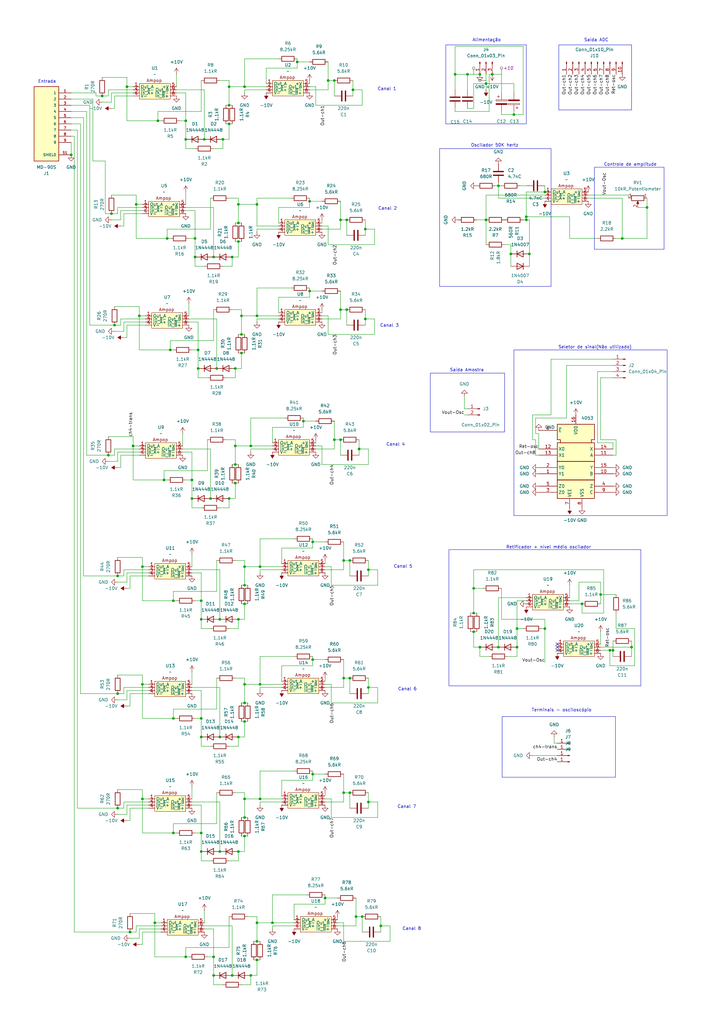
<source format=kicad_sch>
(kicad_sch (version 20231120) (generator "eeschema") (generator_version "8.0")
  (paper "A3" portrait)
  (title_block (title "Bioimpedância - esquemático") (date "2024-10-14") (company "Laboratório de Instrumentação Biomédica"))
  (lib_symbols
    (symbol "4xxx_IEEE:4053"
      (property "Reference" "U" (at 11.43 13.97 0))
      (property "Value" "4053" (at 8.89 -17.78 0))
      (symbol "4053_0_0"
        (pin power_in line (at 0 17.78 270) (length 3.81) (name "VDD") (number "16"))
        (pin power_in line (at 2.54 -20.32 90) (length 3.81) (name "VSS") (number "8"))
      )
      (symbol "4053_1_1"
        (pin passive line (at -15.24 -6.35 0) (length 7.62) (name "Y1") (number "1"))
        (pin input line (at 15.24 -6.35 180) (length 7.62) (name "B") (number "10"))
        (pin input line (at 15.24 1.27 180) (length 7.62) (name "A") (number "11"))
        (pin passive line (at -15.24 3.81 0) (length 7.62) (name "X0") (number "12"))
        (pin passive line (at -15.24 1.27 0) (length 7.62) (name "X1") (number "13"))
        (pin passive line (at 15.24 3.81 180) (length 7.62) (name "X") (number "14"))
        (pin passive line (at 15.24 -3.81 180) (length 7.62) (name "Y") (number "15"))
        (pin passive line (at -15.24 -3.81 0) (length 7.62) (name "Y0") (number "2"))
        (pin passive line (at -15.24 -13.97 0) (length 7.62) (name "Z0") (number "3"))
        (pin passive line (at 15.24 -11.43 180) (length 7.62) (name "Z") (number "4"))
        (pin passive line (at -15.24 -11.43 0) (length 7.62) (name "Z0") (number "5"))
        (pin input line (at -15.24 11.43 0) (length 7.62) (name "~{E}") (number "6"))
        (pin power_in line (at -2.54 -20.32 90) (length 3.81) (name "VEE") (number "7"))
        (pin input line (at 15.24 -13.97 180) (length 7.62) (name "C") (number "9"))
      )
    )
    (symbol "Connector:Conn_01x01_Pin" (pin_names (offset 1.016) hide)
      (property "Reference" "J" (at 0 2.54 0))
      (property "Value" "Conn_01x01_Pin" (at 0 -2.54 0))
      (symbol "Conn_01x01_Pin_1_1"
        (pin passive line (at 5.08 0 180) (length 3.81) (name "Pin_1") (number "1"))
      )
    )
    (symbol "Connector:Conn_01x02_Pin" (pin_names (offset 1.016) hide)
      (property "Reference" "J" (at 0 2.54 0))
      (property "Value" "Conn_01x02_Pin" (at 0 -5.08 0))
      (symbol "Conn_01x02_Pin_1_1"
        (pin passive line (at 5.08 0 180) (length 3.81) (name "Pin_1") (number "1"))
        (pin passive line (at 5.08 -2.54 180) (length 3.81) (name "Pin_2") (number "2"))
      )
    )
    (symbol "Connector:Conn_01x03_Pin" (pin_names (offset 1.016) hide)
      (property "Reference" "J" (at 0 5.08 0))
      (property "Value" "Conn_01x03_Pin" (at 0 -5.08 0))
      (symbol "Conn_01x03_Pin_1_1"
        (pin passive line (at 5.08 2.54 180) (length 3.81) (name "Pin_1") (number "1"))
        (pin passive line (at 5.08 0 180) (length 3.81) (name "Pin_2") (number "2"))
        (pin passive line (at 5.08 -2.54 180) (length 3.81) (name "Pin_3") (number "3"))
      )
    )
    (symbol "Connector:Conn_01x04_Pin" (pin_names (offset 1.016) hide)
      (property "Reference" "J" (at 0 5.08 0))
      (property "Value" "Conn_01x04_Pin" (at 0 -7.62 0))
      (symbol "Conn_01x04_Pin_1_1"
        (pin passive line (at 5.08 2.54 180) (length 3.81) (name "Pin_1") (number "1"))
        (pin passive line (at 5.08 0 180) (length 3.81) (name "Pin_2") (number "2"))
        (pin passive line (at 5.08 -2.54 180) (length 3.81) (name "Pin_3") (number "3"))
        (pin passive line (at 5.08 -5.08 180) (length 3.81) (name "Pin_4") (number "4"))
      )
    )
    (symbol "Connector:Conn_01x10_Pin" (pin_names (offset 1.016) hide)
      (property "Reference" "J" (at 0 12.7 0))
      (property "Value" "Conn_01x10_Pin" (at 0 -15.24 0))
      (symbol "Conn_01x10_Pin_1_1"
        (pin passive line (at 5.08 10.16 180) (length 3.81) (name "Pin_1") (number "1"))
        (pin passive line (at 5.08 -12.7 180) (length 3.81) (name "Pin_10") (number "10"))
        (pin passive line (at 5.08 7.62 180) (length 3.81) (name "Pin_2") (number "2"))
        (pin passive line (at 5.08 5.08 180) (length 3.81) (name "Pin_3") (number "3"))
        (pin passive line (at 5.08 2.54 180) (length 3.81) (name "Pin_4") (number "4"))
        (pin passive line (at 5.08 0 180) (length 3.81) (name "Pin_5") (number "5"))
        (pin passive line (at 5.08 -2.54 180) (length 3.81) (name "Pin_6") (number "6"))
        (pin passive line (at 5.08 -5.08 180) (length 3.81) (name "Pin_7") (number "7"))
        (pin passive line (at 5.08 -7.62 180) (length 3.81) (name "Pin_8") (number "8"))
        (pin passive line (at 5.08 -10.16 180) (length 3.81) (name "Pin_9") (number "9"))
      )
    )
    (symbol "Device:C" (pin_numbers hide) (pin_names (offset 0.254))
      (property "Reference" "C" (at 0.635 2.54 0))
      (property "Value" "C" (at 0.635 -2.54 0))
      (symbol "C_1_1"
        (pin passive line (at 0 3.81 270) (length 2.794) (name "~") (number "1"))
        (pin passive line (at 0 -3.81 90) (length 2.794) (name "~") (number "2"))
      )
    )
    (symbol "Device:C_Polarized" (pin_numbers hide) (pin_names (offset 0.254))
      (property "Reference" "C" (at 0.635 2.54 0))
      (property "Value" "C_Polarized" (at 0.635 -2.54 0))
      (symbol "C_Polarized_1_1"
        (pin passive line (at 0 3.81 270) (length 2.794) (name "~") (number "1"))
        (pin passive line (at 0 -3.81 90) (length 2.794) (name "~") (number "2"))
      )
    )
    (symbol "Device:R" (pin_numbers hide) (pin_names (offset 0))
      (property "Reference" "R" (at 2.032 0 90))
      (property "Value" "R" (at 0 0 90))
      (symbol "R_1_1"
        (pin passive line (at 0 3.81 270) (length 1.27) (name "~") (number "1"))
        (pin passive line (at 0 -3.81 90) (length 1.27) (name "~") (number "2"))
      )
    )
    (symbol "Device:R_Potentiometer" (pin_names (offset 1.016) hide)
      (property "Reference" "RV" (at -4.445 0 90))
      (property "Value" "R_Potentiometer" (at -2.54 0 90))
      (symbol "R_Potentiometer_1_1"
        (pin passive line (at 0 3.81 270) (length 1.27) (name "1") (number "1"))
        (pin passive line (at 3.81 0 180) (length 1.27) (name "2") (number "2"))
        (pin passive line (at 0 -3.81 90) (length 1.27) (name "3") (number "3"))
      )
    )
    (symbol "Din-9:MD-90S" (pin_names (offset 1.016))
      (property "Reference" "J" (at -5.08 16.002 0))
      (property "Value" "MD-90S" (at -5.08 -17.78 0))
      (symbol "MD-90S_0_0"
        (pin passive line (at -10.16 12.7 0) (length 5.08) (name "1") (number "1"))
        (pin passive line (at -10.16 10.16 0) (length 5.08) (name "2") (number "2"))
        (pin passive line (at -10.16 7.62 0) (length 5.08) (name "3") (number "3"))
        (pin passive line (at -10.16 5.08 0) (length 5.08) (name "4") (number "4"))
        (pin passive line (at -10.16 2.54 0) (length 5.08) (name "5") (number "5"))
        (pin passive line (at -10.16 0 0) (length 5.08) (name "6") (number "6"))
        (pin passive line (at -10.16 -2.54 0) (length 5.08) (name "7") (number "7"))
        (pin passive line (at -10.16 -5.08 0) (length 5.08) (name "8") (number "8"))
        (pin passive line (at -10.16 -7.62 0) (length 5.08) (name "9") (number "9"))
        (pin passive line (at -10.16 -12.7 0) (length 5.08) (name "SHIELD") (number "S1"))
      )
    )
    (symbol "Diode:1N4007" (pin_numbers hide) (pin_names hide)
      (property "Reference" "D" (at 0 2.54 0))
      (property "Value" "1N4007" (at 0 -2.54 0))
      (symbol "1N4007_1_1"
        (pin passive line (at -3.81 0 0) (length 2.54) (name "K") (number "1"))
        (pin passive line (at 3.81 0 180) (length 2.54) (name "A") (number "2"))
      )
    )
    (symbol "Diode:1N4448" (pin_numbers hide) (pin_names hide)
      (property "Reference" "D" (at 0 2.54 0))
      (property "Value" "1N4448" (at 0 -2.54 0))
      (symbol "1N4448_1_1"
        (pin passive line (at -3.81 0 0) (length 2.54) (name "K") (number "1"))
        (pin passive line (at 3.81 0 180) (length 2.54) (name "A") (number "2"))
      )
    )
    (symbol "estagio_simbolos:lme49720"
      (property "Reference" "U" (at 0 -2.54 0))
      (symbol "lme49720_1_1"
        (text "Ampop" (at 8.636 5.08 0) (effects (font (size 1.27 1.27))))
        (pin output line (at 0 2.54 0) (length 2.54) (name "Out_A") (number "1"))
        (pin input line (at 0 1.27 0) (length 2.54) (name "In_A-") (number "2"))
        (pin input line (at 0 0 0) (length 2.54) (name "In_A+") (number "3"))
        (pin power_in line (at 0 -1.27 0) (length 2.54) (name "V-") (number "4"))
        (pin power_in line (at 17.78 2.54 180) (length 2.54) (name "+V") (number "5"))
        (pin output line (at 17.78 1.27 180) (length 2.54) (name "Out_B") (number "6"))
        (pin input line (at 17.78 0 180) (length 2.54) (name "In_B-") (number "7"))
        (pin input line (at 17.78 -1.27 180) (length 2.54) (name "In_B+") (number "8"))
      )
    )
    (symbol "power:+10V" (power) (pin_numbers hide) (pin_names (offset 0) hide)
      (property "Value" "+10V" (at 0 3.556 0))
      (symbol "+10V_1_1"
        (pin power_in line (at 0 0 90) (length 0) (name "~") (number "1"))
      )
    )
    (symbol "power:-10V" (power) (pin_numbers hide) (pin_names (offset 0) hide)
      (property "Value" "-10V" (at 0 3.556 0))
      (symbol "-10V_0_0"
        (pin power_in line (at 0 0 90) (length 0) (name "~") (number "1"))
      )
    )
    (symbol "power:GND" (power) (pin_numbers hide) (pin_names (offset 0) hide)
      (property "Value" "GND" (at 0 -3.81 0))
      (symbol "GND_1_1"
        (pin power_in line (at 0 0 270) (length 0) (name "~") (number "1"))
      )
    )
  )
  (junction (at 265.43 85.09))
  (junction (at 82.55 349.25))
  (junction (at 86.36 204.47))
  (junction (at 139.7 127))
  (junction (at 210.82 46.99))
  (junction (at 143.51 229.87))
  (junction (at 102.87 182.88))
  (junction (at 137.16 180.34))
  (junction (at 88.9 151.13))
  (junction (at 148.59 375.92))
  (junction (at 100.33 35.56))
  (junction (at 149.86 93.98))
  (junction (at 87.63 400.05))
  (junction (at 215.9 88.9))
  (junction (at 48.26 284.48))
  (junction (at 100.33 232.41))
  (junction (at 81.28 151.13))
  (junction (at 90.17 349.25))
  (junction (at 58.42 232.41))
  (junction (at 204.47 76.2))
  (junction (at 127 119.38))
  (junction (at 196.85 265.43))
  (junction (at 58.42 280.67))
  (junction (at 46.99 133.35))
  (junction (at 100.33 280.67))
  (junction (at 90.17 302.26))
  (junction (at 111.76 378.46))
  (junction (at 100.33 342.9))
  (junction (at 93.98 204.47))
  (junction (at 134.62 33.02))
  (junction (at 204.47 265.43))
  (junction (at 128.27 270.51))
  (junction (at 151.13 233.68))
  (junction (at 78.74 204.47))
  (junction (at 140.97 229.87))
  (junction (at 156.21 379.73))
  (junction (at 223.52 257.81))
  (junction (at 44.45 186.69))
  (junction (at 55.88 83.82))
  (junction (at 250.19 266.7))
  (junction (at 106.68 327.66))
  (junction (at 97.79 83.82))
  (junction (at 238.76 247.65))
  (junction (at 93.98 43.18))
  (junction (at 97.79 254))
  (junction (at 97.79 349.25))
  (junction (at 212.09 257.81))
  (junction (at 100.33 240.03))
  (junction (at 67.31 196.85))
  (junction (at 139.7 180.34))
  (junction (at 127 82.55))
  (junction (at 100.33 295.91))
  (junction (at 217.17 104.14))
  (junction (at 146.05 375.92))
  (junction (at 199.39 90.17))
  (junction (at 82.55 254))
  (junction (at 68.58 97.79))
  (junction (at 48.26 236.22))
  (junction (at 76.2 392.43))
  (junction (at 102.87 400.05))
  (junction (at 97.79 91.44))
  (junction (at 71.12 341.63))
  (junction (at 57.15 129.54))
  (junction (at 80.01 97.79))
  (junction (at 139.7 90.17))
  (junction (at 246.38 243.84))
  (junction (at 142.24 127))
  (junction (at 121.92 25.4))
  (junction (at 64.77 49.53))
  (junction (at 99.06 137.16))
  (junction (at 95.25 105.41))
  (junction (at 133.35 368.3))
  (junction (at 140.97 325.12))
  (junction (at 83.82 57.15))
  (junction (at 53.34 382.27))
  (junction (at 149.86 130.81))
  (junction (at 96.52 190.5))
  (junction (at 45.72 87.63))
  (junction (at 124.46 172.72))
  (junction (at 259.08 265.43))
  (junction (at 58.42 327.66))
  (junction (at 100.33 335.28))
  (junction (at 82.55 246.38))
  (junction (at 80.01 105.41))
  (junction (at 209.55 104.14))
  (junction (at 90.17 254))
  (junction (at 78.74 196.85))
  (junction (at 99.06 129.54))
  (junction (at 93.98 35.56))
  (junction (at 96.52 198.12))
  (junction (at 144.78 36.83))
  (junction (at 251.46 266.7))
  (junction (at 105.41 129.54))
  (junction (at 151.13 281.94))
  (junction (at 105.41 83.82))
  (junction (at 54.61 182.88))
  (junction (at 105.41 393.7))
  (junction (at 143.51 325.12))
  (junction (at 186.69 30.48))
  (junction (at 191.77 30.48))
  (junction (at 140.97 278.13))
  (junction (at 143.51 278.13))
  (junction (at 87.63 105.41))
  (junction (at 212.09 265.43))
  (junction (at 97.79 99.06))
  (junction (at 215.9 90.17))
  (junction (at 105.41 386.08))
  (junction (at 95.25 400.05))
  (junction (at 48.26 331.47))
  (junction (at 105.41 378.46))
  (junction (at 151.13 328.93))
  (junction (at 100.33 247.65))
  (junction (at 71.12 246.38))
  (junction (at 82.55 294.64))
  (junction (at 137.16 33.02))
  (junction (at 29.21 63.5))
  (junction (at 96.52 182.88))
  (junction (at 87.63 392.43))
  (junction (at 128.27 317.5))
  (junction (at 76.2 57.15))
  (junction (at 106.68 232.41))
  (junction (at 128.27 222.25))
  (junction (at 71.12 294.64))
  (junction (at 147.32 184.15))
  (junction (at 194.31 241.3))
  (junction (at 81.28 143.51))
  (junction (at 194.31 251.46))
  (junction (at 142.24 90.17))
  (junction (at 99.06 144.78))
  (junction (at 201.93 30.48))
  (junction (at 69.85 143.51))
  (junction (at 91.44 57.15))
  (junction (at 93.98 50.8))
  (junction (at 106.68 280.67))
  (junction (at 100.33 288.29))
  (junction (at 52.07 35.56))
  (junction (at 82.55 302.26))
  (junction (at 82.55 341.63))
  (junction (at 63.5 378.46))
  (junction (at 100.33 327.66))
  (junction (at 41.91 39.37))
  (junction (at 76.2 49.53))
  (junction (at 194.31 259.08))
  (junction (at 255.27 97.79))
  (junction (at 196.85 30.48))
  (junction (at 223.52 78.74))
  (junction (at 97.79 302.26))
  (junction (at 199.39 34.29))
  (junction (at 96.52 151.13))
  (no_connect (at 228.6 265.43))
  (no_connect (at 228.6 264.16))
  (no_connect (at 228.6 266.7))
  (wire (pts (xy 52.07 283.21) (xy 60.96 283.21)))
  (wire (pts (xy 87.63 85.09) (xy 87.63 105.41)))
  (wire (pts (xy 58.42 228.6) (xy 48.26 228.6)))
  (wire (pts (xy 52.07 35.56) (xy 52.07 49.53)))
  (wire (pts (xy 128.27 224.79) (xy 128.27 222.25)))
  (wire (pts (xy 76.2 196.85) (xy 78.74 196.85)))
  (wire (pts (xy 195.58 90.17) (xy 199.39 90.17)))
  (wire (pts (xy 100.33 232.41) (xy 100.33 240.03)))
  (wire (pts (xy 100.33 36.83) (xy 109.22 36.83)))
  (wire (pts (xy 252.73 257.81) (xy 260.35 257.81)))
  (wire (pts (xy 186.69 19.05) (xy 186.69 30.48)))
  (wire (pts (xy 204.47 245.11) (xy 204.47 265.43)))
  (wire (pts (xy 87.63 139.7) (xy 87.63 127)))
  (wire (pts (xy 105.41 393.7) (xy 106.68 393.7)))
  (wire (pts (xy 100.33 327.66) (xy 100.33 335.28)))
  (wire (pts (xy 55.88 80.01) (xy 45.72 80.01)))
  (wire (pts (xy 218.44 309.88) (xy 228.6 309.88)))
  (wire (pts (xy 124.46 175.26) (xy 124.46 172.72)))
  (wire (pts (xy 147.32 184.15) (xy 147.32 186.69)))
  (wire (pts (xy 50.8 236.22) (xy 50.8 233.68)))
  (wire (pts (xy 90.17 208.28) (xy 93.98 208.28)))
  (wire (pts (xy 252.73 251.46) (xy 252.73 257.81)))
  (wire (pts (xy 233.68 247.65) (xy 238.76 247.65)))
  (wire (pts (xy 31.75 53.34) (xy 31.75 331.47)))
  (wire (pts (xy 41.91 39.37) (xy 44.45 39.37)))
  (wire (pts (xy 227.33 304.8) (xy 227.33 302.26)))
  (wire (pts (xy 46.99 135.89) (xy 50.8 135.89)))
  (wire (pts (xy 33.02 284.48) (xy 48.26 284.48)))
  (wire (pts (xy 194.31 251.46) (xy 193.04 251.46)))
  (wire (pts (xy 140.97 278.13) (xy 143.51 278.13)))
  (wire (pts (xy 100.33 295.91) (xy 101.6 295.91)))
  (wire (pts (xy 52.07 334.01) (xy 52.07 330.2)))
  (wire (pts (xy 128.27 270.51) (xy 133.35 270.51)))
  (wire (pts (xy 53.34 284.48) (xy 60.96 284.48)))
  (wire (pts (xy 50.8 331.47) (xy 50.8 328.93)))
  (wire (pts (xy 97.79 91.44) (xy 99.06 91.44)))
  (wire (pts (xy 100.33 229.87) (xy 100.33 232.41)))
  (wire (pts (xy 71.12 246.38) (xy 72.39 246.38)))
  (wire (pts (xy 97.79 353.06) (xy 97.79 349.25)))
  (wire (pts (xy 97.79 81.28) (xy 97.79 83.82)))
  (wire (pts (xy 201.93 30.48) (xy 205.74 30.48)))
  (wire (pts (xy 146.05 375.92) (xy 148.59 375.92)))
  (wire (pts (xy 133.35 233.68) (xy 140.97 233.68)))
  (wire (pts (xy 100.33 349.25) (xy 100.33 342.9)))
  (wire (pts (xy 100.33 335.28) (xy 101.6 335.28)))
  (wire (pts (xy 223.52 257.81) (xy 222.25 257.81)))
  (wire (pts (xy 215.9 90.17) (xy 214.63 90.17)))
  (wire (pts (xy 104.14 393.7) (xy 105.41 393.7)))
  (wire (pts (xy 50.8 328.93) (xy 60.96 328.93)))
  (wire (pts (xy 78.74 233.68) (xy 90.17 233.68)))
  (wire (pts (xy 160.02 386.08) (xy 140.97 386.08)))
  (wire (pts (xy 93.98 35.56) (xy 100.33 35.56)))
  (wire (pts (xy 46.99 133.35) (xy 49.53 133.35)))
  (wire (pts (xy 58.42 280.67) (xy 58.42 294.64)))
  (wire (pts (xy 78.74 185.42) (xy 78.74 196.85)))
  (wire (pts (xy 261.62 85.09) (xy 265.43 85.09)))
  (wire (pts (xy 151.13 190.5) (xy 132.08 190.5)))
  (wire (pts (xy 246.38 259.08) (xy 246.38 264.16)))
  (wire (pts (xy 81.28 143.51) (xy 81.28 151.13)))
  (wire (pts (xy 99.06 295.91) (xy 100.33 295.91)))
  (wire (pts (xy 78.74 330.2) (xy 82.55 330.2)))
  (wire (pts (xy 68.58 93.98) (xy 86.36 93.98)))
  (wire (pts (xy 91.44 57.15) (xy 93.98 57.15)))
  (wire (pts (xy 97.79 254) (xy 100.33 254)))
  (wire (pts (xy 265.43 81.28) (xy 265.43 85.09)))
  (wire (pts (xy 214.63 46.99) (xy 210.82 46.99)))
  (wire (pts (xy 93.98 208.28) (xy 93.98 204.47)))
  (wire (pts (xy 96.52 325.12) (xy 100.33 325.12)))
  (wire (pts (xy 194.31 233.68) (xy 194.31 241.3)))
  (wire (pts (xy 219.71 186.69) (xy 220.98 186.69)))
  (wire (pts (xy 265.43 97.79) (xy 255.27 97.79)))
  (wire (pts (xy 29.21 38.1) (xy 39.37 38.1)))
  (wire (pts (xy 99.06 403.86) (xy 102.87 403.86)))
  (wire (pts (xy 45.72 38.1) (xy 54.61 38.1)))
  (wire (pts (xy 228.6 304.8) (xy 227.33 304.8)))
  (wire (pts (xy 71.12 246.38) (xy 71.12 242.57)))
  (wire (pts (xy 106.68 234.95) (xy 106.68 233.68)))
  (wire (pts (xy 78.74 322.58) (xy 78.74 327.66)))
  (wire (pts (xy 91.44 109.22) (xy 95.25 109.22)))
  (wire (pts (xy 67.31 193.04) (xy 85.09 193.04)))
  (wire (pts (xy 132.08 127) (xy 132.08 128.27)))
  (wire (pts (xy 100.33 35.56) (xy 100.33 24.13)))
  (wire (pts (xy 88.9 130.81) (xy 88.9 151.13)))
  (wire (pts (xy 87.63 60.96) (xy 91.44 60.96)))
  (wire (pts (xy 52.07 35.56) (xy 52.07 31.75)))
  (wire (pts (xy 106.68 283.21) (xy 106.68 281.94)))
  (wire (pts (xy 196.85 265.43) (xy 194.31 265.43)))
  (wire (pts (xy 153.67 93.98) (xy 153.67 100.33)))
  (wire (pts (xy 200.66 269.24) (xy 196.85 269.24)))
  (wire (pts (xy 100.33 327.66) (xy 106.68 327.66)))
  (wire (pts (xy 86.36 306.07) (xy 82.55 306.07)))
  (wire (pts (xy 247.65 233.68) (xy 247.65 251.46)))
  (wire (pts (xy 86.36 257.81) (xy 82.55 257.81)))
  (wire (pts (xy 72.39 30.48) (xy 72.39 35.56)))
  (wire (pts (xy 50.8 138.43) (xy 52.07 138.43)))
  (wire (pts (xy 109.22 34.29) (xy 109.22 27.94)))
  (wire (pts (xy 100.33 35.56) (xy 109.22 35.56)))
  (wire (pts (xy 115.57 279.4) (xy 115.57 273.05)))
  (wire (pts (xy 96.52 151.13) (xy 99.06 151.13)))
  (wire (pts (xy 82.55 246.38) (xy 82.55 254)))
  (wire (pts (xy 95.25 198.12) (xy 96.52 198.12)))
  (wire (pts (xy 95.25 127) (xy 99.06 127)))
  (wire (pts (xy 246.38 243.84) (xy 246.38 247.65)))
  (wire (pts (xy 58.42 232.41) (xy 58.42 228.6)))
  (wire (pts (xy 33.02 50.8) (xy 33.02 284.48)))
  (wire (pts (xy 49.53 191.77) (xy 49.53 186.69)))
  (wire (pts (xy 80.01 341.63) (xy 82.55 341.63)))
  (wire (pts (xy 34.29 236.22) (xy 48.26 236.22)))
  (wire (pts (xy 217.17 109.22) (xy 217.17 104.14)))
  (wire (pts (xy 58.42 327.66) (xy 58.42 323.85)))
  (wire (pts (xy 151.13 229.87) (xy 151.13 233.68)))
  (wire (pts (xy 52.07 138.43) (xy 52.07 133.35)))
  (wire (pts (xy 74.93 177.8) (xy 74.93 182.88)))
  (wire (pts (xy 241.3 81.28) (xy 255.27 81.28)))
  (wire (pts (xy 99.06 240.03) (xy 100.33 240.03)))
  (wire (pts (xy 44.45 186.69) (xy 46.99 186.69)))
  (wire (pts (xy 53.34 331.47) (xy 60.96 331.47)))
  (wire (pts (xy 35.56 45.72) (xy 35.56 186.69)))
  (wire (pts (xy 127 121.92) (xy 127 119.38)))
  (wire (pts (xy 105.41 81.28) (xy 119.38 81.28)))
  (wire (pts (xy 52.07 289.56) (xy 53.34 289.56)))
  (wire (pts (xy 133.35 325.12) (xy 133.35 326.39)))
  (wire (pts (xy 200.66 45.72) (xy 200.66 30.48)))
  (wire (pts (xy 92.71 154.94) (xy 96.52 154.94)))
  (wire (pts (xy 100.33 288.29) (xy 101.6 288.29)))
  (wire (pts (xy 148.59 43.18) (xy 129.54 43.18)))
  (wire (pts (xy 151.13 328.93) (xy 154.94 328.93)))
  (wire (pts (xy 29.21 50.8) (xy 33.02 50.8)))
  (wire (pts (xy 72.39 38.1) (xy 76.2 38.1)))
  (wire (pts (xy 49.53 92.71) (xy 50.8 92.71)))
  (wire (pts (xy 139.7 90.17) (xy 142.24 90.17)))
  (wire (pts (xy 96.52 154.94) (xy 96.52 151.13)))
  (wire (pts (xy 186.69 44.45) (xy 186.69 45.72)))
  (wire (pts (xy 58.42 280.67) (xy 58.42 276.86)))
  (wire (pts (xy 204.47 76.2) (xy 205.74 76.2)))
  (wire (pts (xy 127 82.55) (xy 127 81.28)))
  (wire (pts (xy 97.79 137.16) (xy 99.06 137.16)))
  (wire (pts (xy 114.3 85.09) (xy 127 85.09)))
  (wire (pts (xy 50.8 233.68) (xy 60.96 233.68)))
  (wire (pts (xy 96.52 182.88) (xy 96.52 190.5)))
  (wire (pts (xy 81.28 154.94) (xy 81.28 151.13)))
  (wire (pts (xy 57.15 387.35) (xy 58.42 387.35)))
  (wire (pts (xy 82.55 45.72) (xy 82.55 33.02)))
  (wire (pts (xy 36.83 43.18) (xy 36.83 133.35)))
  (wire (pts (xy 199.39 90.17) (xy 199.39 100.33)))
  (wire (pts (xy 120.65 370.84) (xy 133.35 370.84)))
  (wire (pts (xy 246.38 180.34) (xy 252.73 180.34)))
  (wire (pts (xy 186.69 30.48) (xy 191.77 30.48)))
  (wire (pts (xy 135.89 240.03) (xy 135.89 232.41)))
  (wire (pts (xy 76.2 49.53) (xy 76.2 57.15)))
  (wire (pts (xy 134.62 92.71) (xy 132.08 92.71)))
  (wire (pts (xy 111.76 175.26) (xy 124.46 175.26)))
  (wire (pts (xy 204.47 81.28) (xy 204.47 76.2)))
  (wire (pts (xy 55.88 83.82) (xy 55.88 97.79)))
  (wire (pts (xy 223.52 254) (xy 205.74 254)))
  (wire (pts (xy 128.27 320.04) (xy 128.27 317.5)))
  (wire (pts (xy 212.09 269.24) (xy 212.09 265.43)))
  (wire (pts (xy 69.85 139.7) (xy 87.63 139.7)))
  (wire (pts (xy 114.3 91.44) (xy 114.3 85.09)))
  (wire (pts (xy 100.33 24.13) (xy 114.3 24.13)))
  (wire (pts (xy 151.13 281.94) (xy 151.13 284.48)))
  (wire (pts (xy 105.41 378.46) (xy 111.76 378.46)))
  (wire (pts (xy 133.35 328.93) (xy 140.97 328.93)))
  (wire (pts (xy 80.01 246.38) (xy 82.55 246.38)))
  (wire (pts (xy 99.06 127) (xy 99.06 129.54)))
  (wire (pts (xy 135.89 335.28) (xy 135.89 327.66)))
  (wire (pts (xy 48.26 185.42) (xy 57.15 185.42)))
  (wire (pts (xy 38.1 66.04) (xy 43.18 66.04)))
  (wire (pts (xy 223.52 257.81) (xy 223.52 254)))
  (wire (pts (xy 219.71 177.8) (xy 219.71 171.45)))
  (wire (pts (xy 154.94 240.03) (xy 135.89 240.03)))
  (wire (pts (xy 77.47 124.46) (xy 77.47 129.54)))
  (wire (pts (xy 138.43 375.92) (xy 138.43 377.19)))
  (wire (pts (xy 128.27 222.25) (xy 133.35 222.25)))
  (wire (pts (xy 52.07 133.35) (xy 59.69 133.35)))
  (wire (pts (xy 191.77 44.45) (xy 194.31 44.45)))
  (wire (pts (xy 220.98 177.8) (xy 219.71 177.8)))
  (wire (pts (xy 245.11 152.4) (xy 251.46 152.4)))
  (wire (pts (xy 63.5 374.65) (xy 53.34 374.65)))
  (wire (pts (xy 223.52 81.28) (xy 204.47 81.28)))
  (wire (pts (xy 140.97 281.94) (xy 140.97 278.13)))
  (wire (pts (xy 194.31 265.43) (xy 194.31 259.08)))
  (wire (pts (xy 139.7 127) (xy 142.24 127)))
  (wire (pts (xy 143.51 229.87) (xy 143.51 236.22)))
  (wire (pts (xy 29.21 43.18) (xy 36.83 43.18)))
  (wire (pts (xy 232.41 171.45) (xy 232.41 149.86)))
  (wire (pts (xy 67.31 196.85) (xy 68.58 196.85)))
  (wire (pts (xy 71.12 290.83) (xy 88.9 290.83)))
  (wire (pts (xy 41.91 39.37) (xy 39.37 39.37)))
  (wire (pts (xy 69.85 143.51) (xy 69.85 139.7)))
  (wire (pts (xy 105.41 95.25) (xy 105.41 93.98)))
  (wire (pts (xy 115.57 231.14) (xy 115.57 224.79)))
  (wire (pts (xy 55.88 97.79) (xy 68.58 97.79)))
  (wire (pts (xy 96.52 229.87) (xy 100.33 229.87)))
  (wire (pts (xy 44.45 189.23) (xy 48.26 189.23)))
  (wire (pts (xy 96.52 91.44) (xy 97.79 91.44)))
  (wire (pts (xy 105.41 83.82) (xy 105.41 81.28)))
  (wire (pts (xy 78.74 143.51) (xy 81.28 143.51)))
  (wire (pts (xy 214.63 19.05) (xy 214.63 46.99)))
  (wire (pts (xy 124.46 172.72) (xy 124.46 171.45)))
  (wire (pts (xy 95.25 105.41) (xy 97.79 105.41)))
  (wire (pts (xy 93.98 50.8) (xy 95.25 50.8)))
  (wire (pts (xy 105.41 118.11) (xy 119.38 118.11)))
  (wire (pts (xy 220.98 184.15) (xy 220.98 177.8)))
  (wire (pts (xy 209.55 104.14) (xy 209.55 109.22)))
  (wire (pts (xy 149.86 93.98) (xy 153.67 93.98)))
  (wire (pts (xy 102.87 182.88) (xy 111.76 182.88)))
  (wire (pts (xy 226.06 170.18) (xy 218.44 170.18)))
  (wire (pts (xy 52.07 49.53) (xy 64.77 49.53)))
  (wire (pts (xy 196.85 269.24) (xy 196.85 265.43)))
  (wire (pts (xy 135.89 288.29) (xy 135.89 280.67)))
  (wire (pts (xy 82.55 330.2) (xy 82.55 341.63)))
  (wire (pts (xy 137.16 33.02) (xy 137.16 39.37)))
  (wire (pts (xy 101.6 375.92) (xy 105.41 375.92)))
  (wire (pts (xy 246.38 266.7) (xy 250.19 266.7)))
  (wire (pts (xy 80.01 97.79) (xy 80.01 105.41)))
  (wire (pts (xy 53.34 236.22) (xy 60.96 236.22)))
  (wire (pts (xy 251.46 184.15) (xy 251.46 181.61)))
  (wire (pts (xy 83.82 109.22) (xy 80.01 109.22)))
  (wire (pts (xy 106.68 330.2) (xy 106.68 328.93)))
  (wire (pts (xy 217.17 104.14) (xy 217.17 90.17)))
  (wire (pts (xy 48.26 189.23) (xy 48.26 185.42)))
  (wire (pts (xy 151.13 328.93) (xy 151.13 331.47)))
  (wire (pts (xy 105.41 130.81) (xy 114.3 130.81)))
  (wire (pts (xy 190.5 167.64) (xy 190.5 162.56)))
  (wire (pts (xy 109.22 27.94) (xy 121.92 27.94)))
  (wire (pts (xy 93.98 388.62) (xy 93.98 375.92)))
  (wire (pts (xy 88.9 242.57) (xy 88.9 229.87)))
  (wire (pts (xy 105.41 400.05) (xy 105.41 393.7)))
  (wire (pts (xy 82.55 234.95) (xy 82.55 246.38)))
  (wire (pts (xy 149.86 90.17) (xy 149.86 93.98)))
  (wire (pts (xy 212.09 246.38) (xy 212.09 257.81)))
  (wire (pts (xy 128.27 222.25) (xy 128.27 220.98)))
  (wire (pts (xy 200.66 30.48) (xy 201.93 30.48)))
  (wire (pts (xy 149.86 130.81) (xy 149.86 133.35)))
  (wire (pts (xy 66.04 378.46) (xy 63.5 378.46)))
  (wire (pts (xy 85.09 154.94) (xy 81.28 154.94)))
  (wire (pts (xy 49.53 133.35) (xy 49.53 130.81)))
  (wire (pts (xy 90.17 281.94) (xy 90.17 302.26)))
  (wire (pts (xy 50.8 281.94) (xy 60.96 281.94)))
  (wire (pts (xy 99.06 144.78) (xy 100.33 144.78)))
  (wire (pts (xy 223.52 78.74) (xy 215.9 78.74)))
  (wire (pts (xy 133.35 278.13) (xy 133.35 279.4)))
  (wire (pts (xy 102.87 184.15) (xy 111.76 184.15)))
  (wire (pts (xy 128.27 317.5) (xy 128.27 316.23)))
  (wire (pts (xy 199.39 34.29) (xy 210.82 34.29)))
  (wire (pts (xy 76.2 38.1) (xy 76.2 49.53)))
  (wire (pts (xy 194.31 233.68) (xy 247.65 233.68)))
  (wire (pts (xy 58.42 232.41) (xy 58.42 246.38)))
  (wire (pts (xy 54.61 179.07) (xy 44.45 179.07)))
  (wire (pts (xy 209.55 100.33) (xy 209.55 104.14)))
  (wire (pts (xy 90.17 328.93) (xy 90.17 349.25)))
  (wire (pts (xy 106.68 220.98) (xy 120.65 220.98)))
  (wire (pts (xy 139.7 93.98) (xy 139.7 90.17)))
  (wire (pts (xy 41.91 41.91) (xy 45.72 41.91)))
  (wire (pts (xy 115.57 273.05) (xy 128.27 273.05)))
  (wire (pts (xy 54.61 196.85) (xy 67.31 196.85)))
  (wire (pts (xy 245.11 181.61) (xy 245.11 152.4)))
  (wire (pts (xy 72.39 36.83) (xy 83.82 36.83)))
  (wire (pts (xy 154.94 281.94) (xy 154.94 288.29)))
  (wire (pts (xy 74.93 184.15) (xy 86.36 184.15)))
  (wire (pts (xy 237.49 246.38) (xy 237.49 238.76)))
  (wire (pts (xy 100.33 254) (xy 100.33 247.65)))
  (wire (pts (xy 223.52 80.01) (xy 199.39 80.01)))
  (wire (pts (xy 50.8 92.71) (xy 50.8 87.63)))
  (wire (pts (xy 31.75 331.47) (xy 48.26 331.47)))
  (wire (pts (xy 97.79 306.07) (xy 97.79 302.26)))
  (wire (pts (xy 57.15 143.51) (xy 69.85 143.51)))
  (wire (pts (xy 194.31 241.3) (xy 194.31 251.46)))
  (wire (pts (xy 78.74 196.85) (xy 78.74 204.47)))
  (wire (pts (xy 194.31 44.45) (xy 194.31 34.29)))
  (wire (pts (xy 154.94 335.28) (xy 135.89 335.28)))
  (wire (pts (xy 45.72 90.17) (xy 49.53 90.17)))
  (wire (pts (xy 57.15 381) (xy 66.04 381)))
  (wire (pts (xy 100.33 325.12) (xy 100.33 327.66)))
  (wire (pts (xy 129.54 43.18) (xy 129.54 35.56)))
  (wire (pts (xy 48.26 85.09) (xy 58.42 85.09)))
  (wire (pts (xy 143.51 278.13) (xy 143.51 284.48)))
  (wire (pts (xy 100.33 342.9) (xy 101.6 342.9)))
  (wire (pts (xy 186.69 45.72) (xy 200.66 45.72)))
  (wire (pts (xy 252.73 180.34) (xy 252.73 186.69)))
  (wire (pts (xy 96.52 99.06) (xy 97.79 99.06)))
  (wire (pts (xy 77.47 130.81) (xy 88.9 130.81)))
  (wire (pts (xy 95.25 190.5) (xy 96.52 190.5)))
  (wire (pts (xy 63.5 392.43) (xy 76.2 392.43)))
  (wire (pts (xy 76.2 86.36) (xy 80.01 86.36)))
  (wire (pts (xy 78.74 234.95) (xy 82.55 234.95)))
  (wire (pts (xy 134.62 33.02) (xy 134.62 25.4)))
  (wire (pts (xy 88.9 337.82) (xy 88.9 325.12)))
  (wire (pts (xy 58.42 341.63) (xy 71.12 341.63)))
  (wire (pts (xy 105.41 386.08) (xy 106.68 386.08)))
  (wire (pts (xy 148.59 375.92) (xy 148.59 382.27)))
  (wire (pts (xy 219.71 171.45) (xy 232.41 171.45)))
  (wire (pts (xy 265.43 85.09) (xy 265.43 97.79)))
  (wire (pts (xy 133.35 368.3) (xy 133.35 367.03)))
  (wire (pts (xy 111.76 181.61) (xy 111.76 175.26)))
  (wire (pts (xy 121.92 25.4) (xy 127 25.4)))
  (wire (pts (xy 134.62 129.54) (xy 132.08 129.54)))
  (wire (pts (xy 78.74 328.93) (xy 90.17 328.93)))
  (wire (pts (xy 93.98 35.56) (xy 93.98 43.18)))
  (wire (pts (xy 46.99 44.45) (xy 46.99 39.37)))
  (wire (pts (xy 111.76 381) (xy 111.76 379.73)))
  (wire (pts (xy 106.68 327.66) (xy 106.68 316.23)))
  (wire (pts (xy 78.74 208.28) (xy 78.74 204.47)))
  (wire (pts (xy 93.98 43.18) (xy 95.25 43.18)))
  (wire (pts (xy 29.21 58.42) (xy 29.21 63.5)))
  (wire (pts (xy 78.74 283.21) (xy 82.55 283.21)))
  (wire (pts (xy 100.33 302.26) (xy 100.33 295.91)))
  (wire (pts (xy 106.68 328.93) (xy 115.57 328.93)))
  (wire (pts (xy 146.05 379.73) (xy 146.05 375.92)))
  (wire (pts (xy 105.41 375.92) (xy 105.41 378.46)))
  (wire (pts (xy 85.09 193.04) (xy 85.09 180.34)))
  (wire (pts (xy 251.46 154.94) (xy 246.38 154.94)))
  (wire (pts (xy 190.5 170.18) (xy 191.77 170.18)))
  (wire (pts (xy 83.82 381) (xy 87.63 381)))
  (wire (pts (xy 128.27 270.51) (xy 128.27 269.24)))
  (wire (pts (xy 53.34 289.56) (xy 53.34 284.48)))
  (wire (pts (xy 58.42 83.82) (xy 55.88 83.82)))
  (wire (pts (xy 246.38 238.76) (xy 246.38 243.84)))
  (wire (pts (xy 139.7 127) (xy 139.7 119.38)))
  (wire (pts (xy 143.51 325.12) (xy 143.51 331.47)))
  (wire (pts (xy 50.8 132.08) (xy 59.69 132.08)))
  (wire (pts (xy 137.16 180.34) (xy 137.16 172.72)))
  (wire (pts (xy 140.97 378.46) (xy 138.43 378.46)))
  (wire (pts (xy 251.46 262.89) (xy 251.46 266.7)))
  (wire (pts (xy 36.83 133.35) (xy 46.99 133.35)))
  (wire (pts (xy 102.87 182.88) (xy 102.87 171.45)))
  (wire (pts (xy 105.41 132.08) (xy 105.41 130.81)))
  (wire (pts (xy 215.9 245.11) (xy 204.47 245.11)))
  (wire (pts (xy 29.21 53.34) (xy 31.75 53.34)))
  (wire (pts (xy 114.3 128.27) (xy 114.3 121.92)))
  (wire (pts (xy 93.98 306.07) (xy 97.79 306.07)))
  (wire (pts (xy 96.52 198.12) (xy 97.79 198.12)))
  (wire (pts (xy 83.82 373.38) (xy 83.82 378.46)))
  (wire (pts (xy 233.68 240.03) (xy 233.68 245.11)))
  (wire (pts (xy 44.45 36.83) (xy 54.61 36.83)))
  (wire (pts (xy 100.33 38.1) (xy 100.33 36.83)))
  (wire (pts (xy 207.01 100.33) (xy 209.55 100.33)))
  (wire (pts (xy 233.68 88.9) (xy 233.68 97.79)))
  (wire (pts (xy 154.94 288.29) (xy 135.89 288.29)))
  (wire (pts (xy 132.08 90.17) (xy 132.08 91.44)))
  (wire (pts (xy 85.09 392.43) (xy 87.63 392.43)))
  (wire (pts (xy 100.33 232.41) (xy 106.68 232.41)))
  (wire (pts (xy 99.06 288.29) (xy 100.33 288.29)))
  (wire (pts (xy 102.87 171.45) (xy 116.84 171.45)))
  (wire (pts (xy 50.8 87.63) (xy 58.42 87.63)))
  (wire (pts (xy 49.53 90.17) (xy 49.53 86.36)))
  (wire (pts (xy 115.57 320.04) (xy 128.27 320.04)))
  (wire (pts (xy 139.7 130.81) (xy 139.7 127)))
  (wire (pts (xy 96.52 180.34) (xy 96.52 182.88)))
  (wire (pts (xy 93.98 57.15) (xy 93.98 50.8)))
  (wire (pts (xy 133.35 229.87) (xy 133.35 231.14)))
  (wire (pts (xy 129.54 35.56) (xy 127 35.56)))
  (wire (pts (xy 213.36 76.2) (xy 215.9 76.2)))
  (wire (pts (xy 134.62 33.02) (xy 137.16 33.02)))
  (wire (pts (xy 57.15 129.54) (xy 57.15 143.51)))
  (wire (pts (xy 134.62 36.83) (xy 134.62 33.02)))
  (wire (pts (xy 245.11 181.61) (xy 251.46 181.61)))
  (wire (pts (xy 137.16 180.34) (xy 139.7 180.34)))
  (wire (pts (xy 92.71 180.34) (xy 96.52 180.34)))
  (wire (pts (xy 53.34 241.3) (xy 53.34 236.22)))
  (wire (pts (xy 71.12 242.57) (xy 88.9 242.57)))
  (wire (pts (xy 149.86 93.98) (xy 149.86 96.52)))
  (wire (pts (xy 104.14 386.08) (xy 105.41 386.08)))
  (wire (pts (xy 99.06 129.54) (xy 99.06 137.16)))
  (wire (pts (xy 44.45 39.37) (xy 44.45 36.83)))
  (wire (pts (xy 133.35 370.84) (xy 133.35 368.3)))
  (wire (pts (xy 82.55 294.64) (xy 82.55 302.26)))
  (wire (pts (xy 58.42 382.27) (xy 66.04 382.27)))
  (wire (pts (xy 127 36.83) (xy 134.62 36.83)))
  (wire (pts (xy 105.41 93.98) (xy 114.3 93.98)))
  (wire (pts (xy 133.35 368.3) (xy 138.43 368.3)))
  (wire (pts (xy 86.36 353.06) (xy 82.55 353.06)))
  (wire (pts (xy 144.78 33.02) (xy 144.78 36.83)))
  (wire (pts (xy 50.8 284.48) (xy 50.8 281.94)))
  (wire (pts (xy 203.2 76.2) (xy 204.47 76.2)))
  (wire (pts (xy 106.68 232.41) (xy 106.68 220.98)))
  (wire (pts (xy 90.17 233.68) (xy 90.17 254)))
  (wire (pts (xy 226.06 147.32) (xy 226.06 170.18)))
  (wire (pts (xy 151.13 281.94) (xy 154.94 281.94)))
  (wire (pts (xy 124.46 172.72) (xy 129.54 172.72)))
  (wire (pts (xy 46.99 39.37) (xy 54.61 39.37)))
  (wire (pts (xy 204.47 74.93) (xy 204.47 76.2)))
  (wire (pts (xy 54.61 35.56) (xy 52.07 35.56)))
  (wire (pts (xy 48.26 87.63) (xy 48.26 85.09)))
  (wire (pts (xy 215.9 246.38) (xy 212.09 246.38)))
  (wire (pts (xy 82.55 353.06) (xy 82.55 349.25)))
  (wire (pts (xy 35.56 186.69) (xy 44.45 186.69)))
  (wire (pts (xy 106.68 327.66) (xy 115.57 327.66)))
  (wire (pts (xy 93.98 33.02) (xy 93.98 35.56)))
  (wire (pts (xy 96.52 204.47) (xy 96.52 198.12)))
  (wire (pts (xy 96.52 190.5) (xy 97.79 190.5)))
  (wire (pts (xy 106.68 280.67) (xy 115.57 280.67)))
  (wire (pts (xy 241.3 80.01) (xy 257.81 80.01)))
  (wire (pts (xy 151.13 278.13) (xy 151.13 281.94)))
  (wire (pts (xy 52.07 241.3) (xy 53.34 241.3)))
  (wire (pts (xy 58.42 246.38) (xy 71.12 246.38)))
  (wire (pts (xy 210.82 34.29) (xy 210.82 38.1)))
  (wire (pts (xy 151.13 325.12) (xy 151.13 328.93)))
  (wire (pts (xy 29.21 55.88) (xy 30.48 55.88)))
  (wire (pts (xy 198.12 241.3) (xy 194.31 241.3)))
  (wire (pts (xy 142.24 127) (xy 142.24 133.35)))
  (wire (pts (xy 233.68 246.38) (xy 237.49 246.38)))
  (wire (pts (xy 127 85.09) (xy 127 82.55)))
  (wire (pts (xy 127 33.02) (xy 127 34.29)))
  (wire (pts (xy 97.79 99.06) (xy 99.06 99.06)))
  (wire (pts (xy 78.74 275.59) (xy 78.74 280.67)))
  (wire (pts (xy 93.98 204.47) (xy 96.52 204.47)))
  (wire (pts (xy 97.79 83.82) (xy 105.41 83.82)))
  (wire (pts (xy 115.57 326.39) (xy 115.57 320.04)))
  (wire (pts (xy 48.26 334.01) (xy 52.07 334.01)))
  (wire (pts (xy 29.21 48.26) (xy 34.29 48.26)))
  (wire (pts (xy 82.55 257.81) (xy 82.55 254)))
  (wire (pts (xy 64.77 49.53) (xy 64.77 45.72)))
  (wire (pts (xy 156.21 375.92) (xy 156.21 379.73)))
  (wire (pts (xy 95.25 379.73) (xy 95.25 400.05)))
  (wire (pts (xy 52.07 234.95) (xy 60.96 234.95)))
  (wire (pts (xy 139.7 90.17) (xy 139.7 82.55)))
  (wire (pts (xy 223.52 257.81) (xy 223.52 271.78)))
  (wire (pts (xy 194.31 34.29) (xy 199.39 34.29)))
  (wire (pts (xy 140.97 229.87) (xy 143.51 229.87)))
  (wire (pts (xy 78.74 281.94) (xy 90.17 281.94)))
  (wire (pts (xy 153.67 100.33) (xy 134.62 100.33)))
  (wire (pts (xy 92.71 43.18) (xy 93.98 43.18)))
  (wire (pts (xy 60.96 232.41) (xy 58.42 232.41)))
  (wire (pts (xy 191.77 36.83) (xy 191.77 30.48)))
  (wire (pts (xy 80.01 60.96) (xy 76.2 60.96)))
  (wire (pts (xy 99.06 247.65) (xy 100.33 247.65)))
  (wire (pts (xy 217.17 90.17) (xy 215.9 90.17)))
  (wire (pts (xy 53.34 382.27) (xy 55.88 382.27)))
  (wire (pts (xy 120.65 377.19) (xy 120.65 370.84)))
  (wire (pts (xy 111.76 379.73) (xy 120.65 379.73)))
  (wire (pts (xy 135.89 280.67) (xy 133.35 280.67)))
  (wire (pts (xy 223.52 76.2) (xy 223.52 78.74)))
  (wire (pts (xy 48.26 236.22) (xy 50.8 236.22)))
  (wire (pts (xy 134.62 137.16) (xy 134.62 129.54)))
  (wire (pts (xy 102.87 403.86) (xy 102.87 400.05)))
  (wire (pts (xy 215.9 88.9) (xy 233.68 88.9)))
  (wire (pts (xy 205.74 46.99) (xy 205.74 45.72)))
  (wire (pts (xy 87.63 403.86) (xy 87.63 400.05)))
  (wire (pts (xy 55.88 83.82) (xy 55.88 80.01)))
  (wire (pts (xy 127 119.38) (xy 127 118.11)))
  (wire (pts (xy 63.5 378.46) (xy 63.5 374.65)))
  (wire (pts (xy 80.01 86.36) (xy 80.01 97.79)))
  (wire (pts (xy 140.97 278.13) (xy 140.97 270.51)))
  (wire (pts (xy 76.2 78.74) (xy 76.2 83.82)))
  (wire (pts (xy 251.46 266.7) (xy 251.46 269.24)))
  (wire (pts (xy 68.58 97.79) (xy 69.85 97.79)))
  (wire (pts (xy 149.86 130.81) (xy 153.67 130.81)))
  (wire (pts (xy 55.88 379.73) (xy 66.04 379.73)))
  (wire (pts (xy 233.68 97.79) (xy 245.11 97.79)))
  (wire (pts (xy 77.47 132.08) (xy 81.28 132.08)))
  (wire (pts (xy 105.41 118.11) (xy 105.41 129.54)))
  (wire (pts (xy 71.12 337.82) (xy 88.9 337.82)))
  (wire (pts (xy 74.93 185.42) (xy 78.74 185.42)))
  (wire (pts (xy 57.15 182.88) (xy 54.61 182.88)))
  (wire (pts (xy 76.2 392.43) (xy 77.47 392.43)))
  (wire (pts (xy 129.54 180.34) (xy 129.54 181.61)))
  (wire (pts (xy 87.63 392.43) (xy 87.63 400.05)))
  (wire (pts (xy 210.82 45.72) (xy 210.82 46.99)))
  (wire (pts (xy 247.65 251.46) (xy 238.76 251.46)))
  (wire (pts (xy 30.48 55.88) (xy 30.48 382.27)))
  (wire (pts (xy 46.99 186.69) (xy 46.99 184.15)))
  (wire (pts (xy 48.26 287.02) (xy 52.07 287.02)))
  (wire (pts (xy 214.63 257.81) (xy 212.09 257.81)))
  (wire (pts (xy 77.47 97.79) (xy 80.01 97.79)))
  (wire (pts (xy 99.06 342.9) (xy 100.33 342.9)))
  (wire (pts (xy 54.61 182.88) (xy 54.61 179.07)))
  (wire (pts (xy 53.34 384.81) (xy 57.15 384.81)))
  (wire (pts (xy 127 119.38) (xy 132.08 119.38)))
  (wire (pts (xy 132.08 182.88) (xy 129.54 182.88)))
  (wire (pts (xy 111.76 378.46) (xy 120.65 378.46)))
  (wire (pts (xy 246.38 243.84) (xy 252.73 243.84)))
  (wire (pts (xy 106.68 233.68) (xy 115.57 233.68)))
  (wire (pts (xy 80.01 294.64) (xy 82.55 294.64)))
  (wire (pts (xy 97.79 144.78) (xy 99.06 144.78)))
  (wire (pts (xy 52.07 287.02) (xy 52.07 283.21)))
  (wire (pts (xy 106.68 316.23) (xy 120.65 316.23)))
  (wire (pts (xy 83.82 379.73) (xy 95.25 379.73)))
  (wire (pts (xy 52.07 238.76) (xy 52.07 234.95)))
  (wire (pts (xy 53.34 336.55) (xy 53.34 331.47)))
  (wire (pts (xy 205.74 30.48) (xy 205.74 38.1)))
  (wire (pts (xy 64.77 45.72) (xy 82.55 45.72)))
  (wire (pts (xy 144.78 36.83) (xy 148.59 36.83)))
  (wire (pts (xy 147.32 184.15) (xy 151.13 184.15)))
  (wire (pts (xy 30.48 382.27) (xy 53.34 382.27)))
  (wire (pts (xy 195.58 251.46) (xy 194.31 251.46)))
  (wire (pts (xy 151.13 233.68) (xy 154.94 233.68)))
  (wire (pts (xy 140.97 386.08) (xy 140.97 378.46)))
  (wire (pts (xy 82.55 283.21) (xy 82.55 294.64)))
  (wire (pts (xy 76.2 60.96) (xy 76.2 57.15)))
  (wire (pts (xy 132.08 190.5) (xy 132.08 182.88)))
  (wire (pts (xy 45.72 44.45) (xy 46.99 44.45)))
  (wire (pts (xy 58.42 327.66) (xy 58.42 341.63)))
  (wire (pts (xy 29.21 40.64) (xy 38.1 40.64)))
  (wire (pts (xy 219.71 180.34) (xy 219.71 186.69)))
  (wire (pts (xy 121.92 27.94) (xy 121.92 25.4)))
  (wire (pts (xy 63.5 378.46) (xy 63.5 392.43)))
  (wire (pts (xy 144.78 36.83) (xy 144.78 39.37)))
  (wire (pts (xy 58.42 387.35) (xy 58.42 382.27)))
  (wire (pts (xy 95.25 109.22) (xy 95.25 105.41)))
  (wire (pts (xy 153.67 130.81) (xy 153.67 137.16)))
  (wire (pts (xy 218.44 180.34) (xy 219.71 180.34)))
  (wire (pts (xy 48.26 238.76) (xy 52.07 238.76)))
  (wire (pts (xy 99.06 129.54) (xy 105.41 129.54)))
  (wire (pts (xy 135.89 327.66) (xy 133.35 327.66)))
  (wire (pts (xy 156.21 379.73) (xy 156.21 382.27)))
  (wire (pts (xy 255.27 81.28) (xy 255.27 97.79)))
  (wire (pts (xy 140.97 328.93) (xy 140.97 325.12)))
  (wire (pts (xy 250.19 273.05) (xy 250.19 266.7)))
  (wire (pts (xy 80.01 109.22) (xy 80.01 105.41)))
  (wire (pts (xy 111.76 367.03) (xy 125.73 367.03)))
  (wire (pts (xy 54.61 182.88) (xy 54.61 196.85)))
  (wire (pts (xy 38.1 40.64) (xy 38.1 66.04)))
  (wire (pts (xy 111.76 378.46) (xy 111.76 367.03)))
  (wire (pts (xy 100.33 240.03) (xy 101.6 240.03)))
  (wire (pts (xy 100.33 278.13) (xy 100.33 280.67)))
  (wire (pts (xy 260.35 257.81) (xy 260.35 273.05)))
  (wire (pts (xy 105.41 92.71) (xy 114.3 92.71)))
  (wire (pts (xy 76.2 85.09) (xy 87.63 85.09)))
  (wire (pts (xy 106.68 232.41) (xy 115.57 232.41)))
  (wire (pts (xy 55.88 382.27) (xy 55.88 379.73)))
  (wire (pts (xy 132.08 93.98) (xy 139.7 93.98)))
  (wire (pts (xy 208.28 269.24) (xy 212.09 269.24)))
  (wire (pts (xy 205.74 254) (xy 205.74 241.3)))
  (wire (pts (xy 128.27 273.05) (xy 128.27 270.51)))
  (wire (pts (xy 71.12 341.63) (xy 72.39 341.63)))
  (wire (pts (xy 99.06 151.13) (xy 99.06 144.78)))
  (wire (pts (xy 73.66 49.53) (xy 76.2 49.53)))
  (wire (pts (xy 48.26 331.47) (xy 50.8 331.47)))
  (wire (pts (xy 97.79 302.26) (xy 100.33 302.26)))
  (wire (pts (xy 39.37 38.1) (xy 39.37 39.37)))
  (wire (pts (xy 121.92 25.4) (xy 121.92 24.13)))
  (wire (pts (xy 57.15 125.73) (xy 46.99 125.73)))
  (wire (pts (xy 82.55 341.63) (xy 82.55 349.25)))
  (wire (pts (xy 83.82 36.83) (xy 83.82 57.15)))
  (wire (pts (xy 151.13 233.68) (xy 151.13 236.22)))
  (wire (pts (xy 195.58 259.08) (xy 194.31 259.08)))
  (wire (pts (xy 140.97 229.87) (xy 140.97 222.25)))
  (wire (pts (xy 259.08 262.89) (xy 259.08 265.43)))
  (wire (pts (xy 46.99 184.15) (xy 57.15 184.15)))
  (wire (pts (xy 60.96 280.67) (xy 58.42 280.67)))
  (wire (pts (xy 153.67 137.16) (xy 134.62 137.16)))
  (wire (pts (xy 60.96 327.66) (xy 58.42 327.66)))
  (wire (pts (xy 106.68 269.24) (xy 120.65 269.24)))
  (wire (pts (xy 52.07 31.75) (xy 41.91 31.75)))
  (wire (pts (xy 97.79 105.41) (xy 97.79 99.06)))
  (wire (pts (xy 140.97 233.68) (xy 140.97 229.87)))
  (wire (pts (xy 86.36 93.98) (xy 86.36 81.28)))
  (wire (pts (xy 64.77 49.53) (xy 66.04 49.53)))
  (wire (pts (xy 132.08 130.81) (xy 139.7 130.81)))
  (wire (pts (xy 99.06 137.16) (xy 100.33 137.16)))
  (wire (pts (xy 154.94 233.68) (xy 154.94 240.03)))
  (wire (pts (xy 50.8 135.89) (xy 50.8 132.08)))
  (wire (pts (xy 246.38 154.94) (xy 246.38 180.34)))
  (wire (pts (xy 252.73 186.69) (xy 251.46 186.69)))
  (wire (pts (xy 149.86 127) (xy 149.86 130.81)))
  (wire (pts (xy 259.08 265.43) (xy 259.08 269.24)))
  (wire (pts (xy 100.33 280.67) (xy 106.68 280.67)))
  (wire (pts (xy 260.35 273.05) (xy 250.19 273.05)))
  (wire (pts (xy 232.41 149.86) (xy 251.46 149.86)))
  (wire (pts (xy 147.32 180.34) (xy 147.32 184.15)))
  (wire (pts (xy 52.07 330.2) (xy 60.96 330.2)))
  (wire (pts (xy 93.98 353.06) (xy 97.79 353.06)))
  (wire (pts (xy 102.87 185.42) (xy 102.87 184.15)))
  (wire (pts (xy 105.41 129.54) (xy 114.3 129.54)))
  (wire (pts (xy 139.7 180.34) (xy 139.7 186.69)))
  (wire (pts (xy 215.9 88.9) (xy 215.9 90.17)))
  (wire (pts (xy 160.02 379.73) (xy 160.02 386.08)))
  (wire (pts (xy 186.69 36.83) (xy 186.69 30.48)))
  (wire (pts (xy 99.06 335.28) (xy 100.33 335.28)))
  (wire (pts (xy 199.39 34.29) (xy 199.39 36.83)))
  (wire (pts (xy 257.81 80.01) (xy 257.81 81.28)))
  (wire (pts (xy 191.77 167.64) (xy 190.5 167.64)))
  (wire (pts (xy 246.38 265.43) (xy 259.08 265.43)))
  (wire (pts (xy 135.89 232.41) (xy 133.35 232.41)))
  (wire (pts (xy 45.72 41.91) (xy 45.72 38.1)))
  (wire (pts (xy 154.94 328.93) (xy 154.94 335.28)))
  (wire (pts (xy 45.72 87.63) (xy 48.26 87.63)))
  (wire (pts (xy 105.41 378.46) (xy 105.41 386.08)))
  (wire (pts (xy 218.44 170.18) (xy 218.44 180.34)))
  (wire (pts (xy 78.74 227.33) (xy 78.74 232.41)))
  (wire (pts (xy 49.53 186.69) (xy 57.15 186.69)))
  (wire (pts (xy 71.12 294.64) (xy 71.12 290.83)))
  (wire (pts (xy 186.69 19.05) (xy 214.63 19.05)))
  (wire (pts (xy 91.44 403.86) (xy 87.63 403.86)))
  (wire (pts (xy 194.31 259.08) (xy 193.04 259.08)))
  (wire (pts (xy 129.54 184.15) (xy 137.16 184.15)))
  (wire (pts (xy 76.2 388.62) (xy 93.98 388.62)))
  (wire (pts (xy 58.42 323.85) (xy 48.26 323.85)))
  (wire (pts (xy 58.42 276.86) (xy 48.26 276.86)))
  (wire (pts (xy 29.21 45.72) (xy 35.56 45.72)))
  (wire (pts (xy 91.44 60.96) (xy 91.44 57.15)))
  (wire (pts (xy 87.63 381) (xy 87.63 392.43)))
  (wire (pts (xy 96.52 182.88) (xy 102.87 182.88)))
  (wire (pts (xy 52.07 336.55) (xy 53.34 336.55)))
  (wire (pts (xy 81.28 132.08) (xy 81.28 143.51)))
  (wire (pts (xy 191.77 30.48) (xy 196.85 30.48)))
  (wire (pts (xy 92.71 50.8) (xy 93.98 50.8)))
  (wire (pts (xy 57.15 384.81) (xy 57.15 381)))
  (wire (pts (xy 96.52 278.13) (xy 100.33 278.13)))
  (wire (pts (xy 137.16 184.15) (xy 137.16 180.34)))
  (wire (pts (xy 138.43 379.73) (xy 146.05 379.73)))
  (wire (pts (xy 97.79 257.81) (xy 97.79 254)))
  (wire (pts (xy 114.3 121.92) (xy 127 121.92)))
  (wire (pts (xy 82.55 306.07) (xy 82.55 302.26)))
  (wire (pts (xy 238.76 251.46) (xy 238.76 247.65)))
  (wire (pts (xy 146.05 375.92) (xy 146.05 368.3)))
  (wire (pts (xy 88.9 290.83) (xy 88.9 278.13)))
  (wire (pts (xy 71.12 341.63) (xy 71.12 337.82)))
  (wire (pts (xy 128.27 317.5) (xy 133.35 317.5)))
  (wire (pts (xy 105.41 92.71) (xy 105.41 83.82)))
  (wire (pts (xy 199.39 30.48) (xy 199.39 34.29)))
  (wire (pts (xy 255.27 97.79) (xy 252.73 97.79)))
  (wire (pts (xy 67.31 196.85) (xy 67.31 193.04)))
  (wire (pts (xy 97.79 349.25) (xy 100.33 349.25)))
  (wire (pts (xy 45.72 87.63) (xy 43.18 87.63)))
  (wire (pts (xy 100.33 247.65) (xy 101.6 247.65)))
  (wire (pts (xy 100.33 280.67) (xy 100.33 288.29)))
  (wire (pts (xy 71.12 294.64) (xy 72.39 294.64)))
  (wire (pts (xy 140.97 325.12) (xy 143.51 325.12)))
  (wire (pts (xy 133.35 281.94) (xy 140.97 281.94)))
  (wire (pts (xy 93.98 257.81) (xy 97.79 257.81)))
  (wire (pts (xy 59.69 129.54) (xy 57.15 129.54)))
  (wire (pts (xy 57.15 129.54) (xy 57.15 125.73)))
  (wire (pts (xy 97.79 83.82) (xy 97.79 91.44)))
  (wire (pts (xy 156.21 379.73) (xy 160.02 379.73)))
  (wire (pts (xy 106.68 281.94) (xy 115.57 281.94)))
  (wire (pts (xy 93.98 81.28) (xy 97.79 81.28)))
  (wire (pts (xy 86.36 184.15) (xy 86.36 204.47)))
  (wire (pts (xy 142.24 90.17) (xy 142.24 96.52)))
  (wire (pts (xy 69.85 143.51) (xy 71.12 143.51)))
  (wire (pts (xy 34.29 48.26) (xy 34.29 236.22)))
  (wire (pts (xy 82.55 208.28) (xy 78.74 208.28)))
  (wire (pts (xy 212.09 257.81) (xy 212.09 265.43)))
  (wire (pts (xy 210.82 46.99) (xy 205.74 46.99)))
  (wire (pts (xy 115.57 224.79) (xy 128.27 224.79)))
  (wire (pts (xy 127 82.55) (xy 132.08 82.55)))
  (wire (pts (xy 148.59 36.83) (xy 148.59 43.18)))
  (wire (pts (xy 48.26 284.48) (xy 50.8 284.48)))
  (wire (pts (xy 151.13 184.15) (xy 151.13 190.5)))
  (wire (pts (xy 215.9 78.74) (xy 215.9 88.9)))
  (wire (pts (xy 49.53 130.81) (xy 59.69 130.81)))
  (wire (pts (xy 134.62 100.33) (xy 134.62 92.71)))
  (wire (pts (xy 250.19 266.7) (xy 251.46 266.7)))
  (wire (pts (xy 76.2 392.43) (xy 76.2 388.62)))
  (wire (pts (xy 226.06 147.32) (xy 251.46 147.32)))
  (wire (pts (xy 140.97 325.12) (xy 140.97 317.5)))
  (wire (pts (xy 58.42 294.64) (xy 71.12 294.64)))
  (wire (pts (xy 199.39 80.01) (xy 199.39 90.17)))
  (wire (pts (xy 49.53 86.36) (xy 58.42 86.36)))
  (wire (pts (xy 102.87 400.05) (xy 105.41 400.05)))
  (wire (pts (xy 237.49 238.76) (xy 246.38 238.76)))
  (wire (pts (xy 48.26 191.77) (xy 49.53 191.77)))
  (wire (pts (xy 68.58 97.79) (xy 68.58 93.98)))
  (wire (pts (xy 43.18 66.04) (xy 43.18 87.63)))
  (wire (pts (xy 106.68 280.67) (xy 106.68 269.24)))
  (wire (pts (xy 90.17 33.02) (xy 93.98 33.02)))
  (rectangle (start 184.15 225.425) (end 262.89 281.305))
  (rectangle (start 182.88 18.415) (end 215.9 50.8))
  (rectangle (start 229.235 18.415) (end 259.08 45.085))
  (rectangle (start 180.34 60.96) (end 226.06 117.475))
  (rectangle (start 176.53 153.035) (end 207.01 177.165))
  (rectangle (start 243.84 68.58) (end 272.415 102.235))
  (rectangle (start 205.994 293.878) (end 252.476 318.77))
  (rectangle (start 210.82 143.51) (end 273.685 211.455))
  (text "Canal 4" (at 162.306 182.372 0) (effects (font (size 1.27 1.27))))
  (text "Saída ADC\n" (at 244.602 16.51 0) (effects (font (size 1.27 1.27))))
  (text "Canal 5" (at 165.354 232.41 0) (effects (font (size 1.27 1.27))))
  (text "Saída Amostra" (at 191.516 151.892 0) (effects (font (size 1.27 1.27))))
  (text "Canal 7" (at 166.878 330.962 0) (effects (font (size 1.27 1.27))))
  (text "Alimentação" (at 199.644 16.51 0) (effects (font (size 1.27 1.27))))
  (text "Canal 2" (at 159.004 85.598 0) (effects (font (size 1.27 1.27))))
  (text "Terminais - osciloscópio" (at 230.378 291.338 0) (effects (font (size 1.27 1.27))))
  (text "Entrada" (at 19.304 33.528 0) (effects (font (size 1.27 1.27))))
  (text "Controle de amplitude" (at 258.572 67.564 0) (effects (font (size 1.27 1.27))))
  (text "Canal 6" (at 167.132 282.702 0) (effects (font (size 1.27 1.27))))
  (text "Canal 8" (at 168.91 381 0) (effects (font (size 1.27 1.27))))
  (text "Canal 3\n" (at 159.766 133.604 0) (effects (font (size 1.27 1.27))))
  (text "Seletor de sinal(Não utilizado)" (at 244.094 142.494 0) (effects (font (size 1.27 1.27))))
  (text "Retificador + nível médio oscilador" (at 225.044 224.536 0) (effects (font (size 1.27 1.27))))
  (text "Canal 1" (at 158.75 36.576 0) (effects (font (size 1.27 1.27))))
  (text "Oscilador 50K hertz" (at 202.946 59.69 0) (effects (font (size 1.27 1.27))))
  (label "Out-ch4" (at 137.16 190.5 270))
  (label "Out-ch2" (at 138.43 100.33 270))
  (label "Ret-osc" (at 252.73 30.48 270))
  (label "Out-ch5" (at 137.16 240.03 270))
  (label "Ret-osc" (at 250.19 265.43 90))
  (label "Out-ch8" (at 142.24 386.08 270))
  (label "Out-ch4" (at 228.6 312.42 180))
  (label "Out-ch8" (at 250.19 30.48 270))
  (label "Out-ch6" (at 245.11 30.48 270))
  (label "Vout-Osc" (at 223.52 271.78 180))
  (label "Vout-Osc" (at 190.5 170.18 180))
  (label "Vout-Osc" (at 248.92 80.01 90))
  (label "Out-ch7" (at 137.16 335.28 270))
  (label "Out-ch1" (at 232.41 30.48 270))
  (label "Out-ch8" (at 219.71 186.69 180))
  (label "Out-ch4" (at 240.03 30.48 270))
  (label "Out-ch7" (at 247.65 30.48 270))
  (label "ch4-trans" (at 228.6 307.34 180))
  (label "Out-ch1" (at 133.35 43.18 270))
  (label "Ret-osc" (at 220.98 184.15 180))
  (label "Out-ch5" (at 242.57 30.48 270))
  (label "Out-ch2" (at 234.95 30.48 270))
  (label "Out-ch6" (at 137.16 288.29 270))
  (label "Out-ch3" (at 138.43 137.16 270))
  (label "Out-ch3" (at 237.49 30.48 270))
  (label "ch4-trans" (at 54.61 179.07 90))
  (netclass_flag "" (length 2.54) (shape round) (at 205.74 30.48 0) (property "Netclass" "+10" (at 206.4385 27.94 0) (effects (font (italic yes)) (justify left))))
  (netclass_flag "" (length 2.54) (shape round) (at 199.39 33.02 90) (property "Netclass" "-10" (effects (hide yes))))
  (netclass_flag "" (length 2.54) (shape round) (at 194.31 30.48 0) (property "Netclass" "ground" (effects (hide yes))))
  (symbol (lib_id "Device:C") (at 152.4 382.27 90) (mirror x) (unit 1)
    (property "Reference" "C10" (at 152.4 389.89 90))
    (property "Value" "220n" (at 152.4 387.35 90))
    (property "Footprint" "Capacitor_THT:C_Rect_L7.2mm_W4.5mm_P5.00mm_FKS2_FKP2_MKS2_MKP2" (effects (hide yes)))
    (property "Description" "Unpolarized capacitor" (effects (hide yes)))
  )
  (symbol (lib_id "Device:R") (at 123.19 118.11 90) (unit 1)
    (property "Reference" "R32" (at 123.19 111.76 90))
    (property "Value" "8.25kR" (at 123.19 114.3 90))
    (property "Footprint" "estagio-cis:RES_TYCO_YR1_TYC" (effects (hide yes)))
    (property "Description" "Resistor" (effects (hide yes)))
  )
  (symbol (lib_id "power:GND") (at 78.74 284.48 0) (unit 1)
    (property "Reference" "#PWR057" (effects (hide yes)))
    (property "Value" "GND" (at 78.74 289.56 0))
    (property "Description" "Power symbol creates a global label with name \"GND\" , ground" (effects (hide yes)))
  )
  (symbol (lib_id "Device:R") (at 255.27 262.89 90) (unit 1)
    (property "Reference" "R87" (at 255.27 256.54 90))
    (property "Value" "5.6kR" (at 255.27 259.08 90))
    (property "Footprint" "Resistor_THT:R_Axial_DIN0207_L6.3mm_D2.5mm_P7.62mm_Horizontal" (effects (hide yes)))
    (property "Description" "Resistor" (effects (hide yes)))
  )
  (symbol (lib_id "Diode:1N4007") (at 213.36 104.14 0) (unit 1)
    (property "Reference" "D3" (at 213.36 97.79 0))
    (property "Value" "1N4007" (at 213.36 100.33 0))
    (property "Footprint" "Diode_THT:D_DO-41_SOD81_P10.16mm_Horizontal" (effects (hide yes)))
    (property "Datasheet" "http://www.vishay.com/docs/88503/1n4001.pdf" (effects (hide yes)))
    (property "Description" "1000V 1A General Purpose Rectifier Diode, DO-41" (effects (hide yes)))
    (property "Sim.Device" "D" (effects (hide yes)))
    (property "Sim.Pins" "1=K 2=A" (effects (hide yes)))
  )
  (symbol (lib_id "power:GND") (at 132.08 132.08 0) (unit 1)
    (property "Reference" "#PWR036" (effects (hide yes)))
    (property "Value" "GND" (at 132.08 137.16 0))
    (property "Description" "Power symbol creates a global label with name \"GND\" , ground" (effects (hide yes)))
  )
  (symbol (lib_id "power:GND") (at 133.35 330.2 0) (unit 1)
    (property "Reference" "#PWR069" (effects (hide yes)))
    (property "Value" "GND" (at 133.35 335.28 0))
    (property "Description" "Power symbol creates a global label with name \"GND\" , ground" (effects (hide yes)))
  )
  (symbol (lib_id "Device:R") (at 135.89 119.38 90) (unit 1)
    (property "Reference" "R33" (at 135.89 113.03 90))
    (property "Value" "5.6kR" (at 135.89 115.57 90))
    (property "Footprint" "Resistor_THT:R_Axial_DIN0207_L6.3mm_D2.5mm_P7.62mm_Horizontal" (effects (hide yes)))
    (property "Description" "Resistor" (effects (hide yes)))
  )
  (symbol (lib_id "Device:R") (at 104.14 389.89 180) (unit 1)
    (property "Reference" "R75" (at 97.79 389.89 90))
    (property "Value" "1.1kR" (at 100.33 389.89 90))
    (property "Footprint" "estagio-cis:RES_TYCO_YR1_TYC" (effects (hide yes)))
    (property "Description" "Resistor" (effects (hide yes)))
  )
  (symbol (lib_id "power:GND") (at 48.26 238.76 270) (unit 1)
    (property "Reference" "#PWR046" (effects (hide yes)))
    (property "Value" "GND" (at 44.45 238.7599 90) (effects (justify right)))
    (property "Description" "Power symbol creates a global label with name \"GND\" , ground" (effects (hide yes)))
  )
  (symbol (lib_id "Device:R") (at 137.16 270.51 90) (unit 1)
    (property "Reference" "R60" (at 137.16 264.16 90))
    (property "Value" "5.6kR" (at 137.16 266.7 90))
    (property "Footprint" "Resistor_THT:R_Axial_DIN0207_L6.3mm_D2.5mm_P7.62mm_Horizontal" (effects (hide yes)))
    (property "Description" "Resistor" (effects (hide yes)))
  )
  (symbol (lib_id "Device:R") (at 201.93 241.3 270) (mirror x) (unit 1)
    (property "Reference" "R82" (at 201.93 234.95 90))
    (property "Value" "1.1kR" (at 201.93 237.49 90))
    (property "Footprint" "estagio-cis:RES_TYCO_YR1_TYC" (effects (hide yes)))
    (property "Description" "Resistor" (effects (hide yes)))
  )
  (symbol (lib_id "power:GND") (at 220.98 176.53 180) (unit 1)
    (property "Reference" "#PWR015" (effects (hide yes)))
    (property "Value" "GND" (at 223.52 175.2599 0) (effects (justify right)))
    (property "Description" "Power symbol creates a global label with name \"GND\" , ground" (effects (hide yes)))
  )
  (symbol (lib_id "power:+10V") (at 133.35 278.13 0) (unit 1)
    (property "Reference" "#PWR060" (effects (hide yes)))
    (property "Value" "+10V" (at 133.35 273.05 0))
    (property "Description" "Power symbol creates a global label with name \"+10V\"" (effects (hide yes)))
  )
  (symbol (lib_id "Connector:Conn_01x02_Pin") (at 196.85 167.64 0) (mirror y) (unit 1)
    (property "Reference" "J3" (at 198.12 167.6399 0) (effects (justify right)))
    (property "Value" "Conn_01x02_Pin" (at 189.23 174.244 0) (effects (justify right)))
    (property "Footprint" "Connector_PinHeader_2.54mm:PinHeader_1x02_P2.54mm_Vertical" (effects (hide yes)))
    (property "Description" "Generic connector, single row, 01x02, script generated" (effects (hide yes)))
  )
  (symbol (lib_id "power:GND") (at 83.82 382.27 0) (unit 1)
    (property "Reference" "#PWR073" (effects (hide yes)))
    (property "Value" "GND" (at 83.82 387.35 0))
    (property "Description" "Power symbol creates a global label with name \"GND\" , ground" (effects (hide yes)))
  )
  (symbol (lib_id "Device:R") (at 199.39 76.2 90) (unit 1)
    (property "Reference" "R17" (at 199.39 69.85 90))
    (property "Value" "680R" (at 199.39 72.39 90))
    (property "Footprint" "Resistor_THT:R_Axial_DIN0207_L6.3mm_D2.5mm_P7.62mm_Horizontal" (effects (hide yes)))
    (property "Description" "Resistor" (effects (hide yes)))
  )
  (symbol (lib_id "estagio_simbolos:lme49720") (at 115.57 233.68 0) (unit 1)
    (property "Reference" "U12" (at 124.46 223.52 0))
    (property "Value" "~" (at 124.46 226.06 0))
    (property "Footprint" "estagio-cis:CONN8_1-2199298-2_TEC" (effects (hide yes)))
  )
  (symbol (lib_id "power:+10V") (at 74.93 177.8 0) (unit 1)
    (property "Reference" "#PWR040" (effects (hide yes)))
    (property "Value" "+10V" (at 74.93 172.72 0))
    (property "Description" "Power symbol creates a global label with name \"+10V\"" (effects (hide yes)))
  )
  (symbol (lib_id "Diode:1N4448") (at 86.36 302.26 0) (unit 1)
    (property "Reference" "D13" (at 86.36 295.91 0))
    (property "Value" "1N4448" (at 86.36 298.45 0))
    (property "Footprint" "Diode_THT:D_DO-35_SOD27_P7.62mm_Horizontal" (effects (hide yes)))
    (property "Datasheet" "https://assets.nexperia.com/documents/data-sheet/1N4148_1N4448.pdf" (effects (hide yes)))
    (property "Description" "100V 0.15A High-speed standard diode, DO-35" (effects (hide yes)))
    (property "Sim.Device" "D" (effects (hide yes)))
    (property "Sim.Pins" "1=K 2=A" (effects (hide yes)))
  )
  (symbol (lib_id "Device:R") (at 203.2 90.17 90) (mirror x) (unit 1)
    (property "Reference" "R7" (at 203.2 96.52 90))
    (property "Value" "2.2kR" (at 203.2 93.98 90))
    (property "Footprint" "Resistor_THT:R_Axial_DIN0207_L6.3mm_D2.5mm_P7.62mm_Horizontal" (effects (hide yes)))
    (property "Description" "Resistor" (effects (hide yes)))
  )
  (symbol (lib_id "Diode:1N4448") (at 83.82 105.41 0) (unit 1)
    (property "Reference" "D5" (at 83.82 99.06 0))
    (property "Value" "1N4448" (at 83.82 101.6 0))
    (property "Footprint" "Diode_THT:D_DO-35_SOD27_P7.62mm_Horizontal" (effects (hide yes)))
    (property "Datasheet" "https://assets.nexperia.com/documents/data-sheet/1N4148_1N4448.pdf" (effects (hide yes)))
    (property "Description" "100V 0.15A High-speed standard diode, DO-35" (effects (hide yes)))
    (property "Sim.Device" "D" (effects (hide yes)))
    (property "Sim.Pins" "1=K 2=A" (effects (hide yes)))
  )
  (symbol (lib_id "power:GND") (at 233.68 248.92 0) (unit 1)
    (property "Reference" "#PWR087" (effects (hide yes)))
    (property "Value" "GND" (at 233.68 254 0))
    (property "Description" "Power symbol creates a global label with name \"GND\" , ground" (effects (hide yes)))
  )
  (symbol (lib_id "power:GND") (at 251.46 201.93 90) (unit 1)
    (property "Reference" "#PWR021" (effects (hide yes)))
    (property "Value" "GND" (at 255.27 201.9299 90) (effects (justify right)))
    (property "Description" "Power symbol creates a global label with name \"GND\" , ground" (effects (hide yes)))
  )
  (symbol (lib_id "Device:C_Polarized") (at 205.74 41.91 0) (unit 1)
    (property "Reference" "C12" (at 203.708 49.784 0) (effects (justify left)))
    (property "Value" "1u" (effects (hide yes)))
    (property "Footprint" "Capacitor_THT:CP_Radial_D5.0mm_P2.50mm" (effects (hide yes)))
    (property "Description" "Polarized capacitor" (effects (hide yes)))
  )
  (symbol (lib_id "power:+10V") (at 133.35 229.87 0) (unit 1)
    (property "Reference" "#PWR052" (effects (hide yes)))
    (property "Value" "+10V" (at 133.35 224.79 0))
    (property "Description" "Power symbol creates a global label with name \"+10V\"" (effects (hide yes)))
  )
  (symbol (lib_id "Device:R") (at 123.19 81.28 90) (unit 1)
    (property "Reference" "R23" (at 123.19 74.93 90))
    (property "Value" "8.25kR" (at 123.19 77.47 90))
    (property "Footprint" "estagio-cis:RES_TYCO_YR1_TYC" (effects (hide yes)))
    (property "Description" "Resistor" (effects (hide yes)))
  )
  (symbol (lib_id "Diode:1N4448") (at 91.44 105.41 0) (unit 1)
    (property "Reference" "D6" (at 91.44 99.06 0))
    (property "Value" "1N4448" (at 91.44 101.6 0))
    (property "Footprint" "Diode_THT:D_DO-35_SOD27_P7.62mm_Horizontal" (effects (hide yes)))
    (property "Datasheet" "https://assets.nexperia.com/documents/data-sheet/1N4148_1N4448.pdf" (effects (hide yes)))
    (property "Description" "100V 0.15A High-speed standard diode, DO-35" (effects (hide yes)))
    (property "Sim.Device" "D" (effects (hide yes)))
    (property "Sim.Pins" "1=K 2=A" (effects (hide yes)))
  )
  (symbol (lib_id "Device:R") (at 76.2 246.38 90) (mirror x) (unit 1)
    (property "Reference" "R45" (at 76.2 252.73 90))
    (property "Value" "1.1kR" (at 76.2 250.19 90))
    (property "Footprint" "estagio-cis:RES_TYCO_YR1_TYC" (effects (hide yes)))
    (property "Description" "Resistor" (effects (hide yes)))
  )
  (symbol (lib_id "Device:R") (at 120.65 171.45 90) (unit 1)
    (property "Reference" "R41" (at 120.65 165.1 90))
    (property "Value" "8.25kR" (at 120.65 167.64 90))
    (property "Footprint" "estagio-cis:RES_TYCO_YR1_TYC" (effects (hide yes)))
    (property "Description" "Resistor" (effects (hide yes)))
  )
  (symbol (lib_id "power:-10V") (at 120.65 381 180) (unit 1)
    (property "Reference" "#PWR075" (effects (hide yes)))
    (property "Value" "-10V" (at 120.65 386.08 0))
    (property "Description" "Power symbol creates a global label with name \"-10V\"" (effects (hide yes)))
  )
  (symbol (lib_id "Connector:Conn_01x01_Pin") (at 233.68 312.42 180) (unit 1)
    (property "Reference" "J9" (at 233.045 307.34 0))
    (property "Value" "Conn_01x01_Pin" (effects (hide yes)))
    (property "Footprint" "estagio-cis:bullet" (effects (hide yes)))
    (property "Description" "Generic connector, single row, 01x01, script generated" (effects (hide yes)))
  )
  (symbol (lib_id "Device:R") (at 140.97 33.02 90) (unit 1)
    (property "Reference" "R10" (at 140.97 26.67 90))
    (property "Value" "5.6kR" (at 140.97 29.21 90))
    (property "Footprint" "Resistor_THT:R_Axial_DIN0207_L6.3mm_D2.5mm_P7.62mm_Horizontal" (effects (hide yes)))
    (property "Description" "Resistor" (effects (hide yes)))
  )
  (symbol (lib_id "power:-10V") (at 114.3 95.25 180) (unit 1)
    (property "Reference" "#PWR027" (effects (hide yes)))
    (property "Value" "-10V" (at 114.3 100.33 0))
    (property "Description" "Power symbol creates a global label with name \"-10V\"" (effects (hide yes)))
  )
  (symbol (lib_id "power:GND") (at 48.26 287.02 270) (unit 1)
    (property "Reference" "#PWR054" (effects (hide yes)))
    (property "Value" "GND" (at 44.45 287.0199 90) (effects (justify right)))
    (property "Description" "Power symbol creates a global label with name \"GND\" , ground" (effects (hide yes)))
  )
  (symbol (lib_id "Device:R") (at 92.71 229.87 90) (unit 1)
    (property "Reference" "R47" (at 92.71 223.52 90))
    (property "Value" "1.1kR" (at 92.71 226.06 90))
    (property "Footprint" "estagio-cis:RES_TYCO_YR1_TYC" (effects (hide yes)))
    (property "Description" "Resistor" (effects (hide yes)))
  )
  (symbol (lib_id "Device:R") (at 133.35 172.72 90) (unit 1)
    (property "Reference" "R42" (at 133.35 166.37 90))
    (property "Value" "5.6kR" (at 133.35 168.91 90))
    (property "Footprint" "Resistor_THT:R_Axial_DIN0207_L6.3mm_D2.5mm_P7.62mm_Horizontal" (effects (hide yes)))
    (property "Description" "Resistor" (effects (hide yes)))
  )
  (symbol (lib_id "Device:C") (at 219.71 76.2 90) (mirror x) (unit 1)
    (property "Reference" "C3" (at 219.71 83.82 90))
    (property "Value" "4.7nC" (at 219.71 81.28 90))
    (property "Footprint" "Connector_PinSocket_2.54mm:PinSocket_1x02_P2.54mm_Vertical" (effects (hide yes)))
    (property "Description" "Unpolarized capacitor" (effects (hide yes)))
  )
  (symbol (lib_id "power:GND") (at 74.93 186.69 0) (unit 1)
    (property "Reference" "#PWR041" (effects (hide yes)))
    (property "Value" "GND" (at 74.93 191.77 0))
    (property "Description" "Power symbol creates a global label with name \"GND\" , ground" (effects (hide yes)))
  )
  (symbol (lib_id "Device:R") (at 90.17 257.81 90) (mirror x) (unit 1)
    (property "Reference" "R46" (at 90.17 264.16 90))
    (property "Value" "1.1kR" (at 90.17 261.62 90))
    (property "Footprint" "estagio-cis:RES_TYCO_YR1_TYC" (effects (hide yes)))
    (property "Description" "Resistor" (effects (hide yes)))
  )
  (symbol (lib_id "power:GND") (at 78.74 331.47 0) (unit 1)
    (property "Reference" "#PWR065" (effects (hide yes)))
    (property "Value" "GND" (at 78.74 336.55 0))
    (property "Description" "Power symbol creates a global label with name \"GND\" , ground" (effects (hide yes)))
  )
  (symbol (lib_id "power:-10V") (at 57.15 387.35 90) (unit 1)
    (property "Reference" "#PWR071" (effects (hide yes)))
    (property "Value" "-10V" (at 53.34 387.3499 90) (effects (justify left)))
    (property "Description" "Power symbol creates a global label with name \"-10V\"" (effects (hide yes)))
  )
  (symbol (lib_id "Device:R") (at 129.54 367.03 90) (unit 1)
    (property "Reference" "R77" (at 129.54 360.68 90))
    (property "Value" "8.25kR" (at 129.54 363.22 90))
    (property "Footprint" "estagio-cis:RES_TYCO_YR1_TYC" (effects (hide yes)))
    (property "Description" "Resistor" (effects (hide yes)))
  )
  (symbol (lib_id "Device:R") (at 252.73 247.65 180) (unit 1)
    (property "Reference" "R86" (at 255.27 246.3799 0) (effects (justify right)))
    (property "Value" "5.6kR" (at 255.27 248.9199 0) (effects (justify right)))
    (property "Footprint" "Resistor_THT:R_Axial_DIN0207_L6.3mm_D2.5mm_P7.62mm_Horizontal" (effects (hide yes)))
    (property "Description" "Resistor" (effects (hide yes)))
  )
  (symbol (lib_id "Device:R") (at 100.33 140.97 0) (mirror x) (unit 1)
    (property "Reference" "R31" (at 106.68 140.97 90))
    (property "Value" "1.1kR" (at 104.14 140.97 90))
    (property "Footprint" "estagio-cis:RES_TYCO_YR1_TYC" (effects (hide yes)))
    (property "Description" "Resistor" (effects (hide yes)))
  )
  (symbol (lib_id "Diode:1N4007") (at 213.36 109.22 0) (mirror y) (unit 1)
    (property "Reference" "D4" (at 213.36 115.57 0))
    (property "Value" "1N4007" (at 213.36 113.03 0))
    (property "Footprint" "Diode_THT:D_DO-41_SOD81_P10.16mm_Horizontal" (effects (hide yes)))
    (property "Datasheet" "http://www.vishay.com/docs/88503/1n4001.pdf" (effects (hide yes)))
    (property "Description" "1000V 1A General Purpose Rectifier Diode, DO-41" (effects (hide yes)))
    (property "Sim.Device" "D" (effects (hide yes)))
    (property "Sim.Pins" "1=K 2=A" (effects (hide yes)))
  )
  (symbol (lib_id "power:-10V") (at 199.39 36.83 180) (unit 1)
    (property "Reference" "#PWR080" (effects (hide yes)))
    (property "Value" "-10V" (at 199.39 41.91 0))
    (property "Description" "Power symbol creates a global label with name \"-10V\"" (effects (hide yes)))
  )
  (symbol (lib_id "Device:R") (at 99.06 292.1 180) (unit 1)
    (property "Reference" "R57" (at 92.71 292.1 90))
    (property "Value" "1.1kR" (at 95.25 292.1 90))
    (property "Footprint" "estagio-cis:RES_TYCO_YR1_TYC" (effects (hide yes)))
    (property "Description" "Resistor" (effects (hide yes)))
  )
  (symbol (lib_id "Diode:1N4448") (at 86.36 254 0) (unit 1)
    (property "Reference" "D11" (at 86.36 247.65 0))
    (property "Value" "1N4448" (at 86.36 250.19 0))
    (property "Footprint" "Diode_THT:D_DO-35_SOD27_P7.62mm_Horizontal" (effects (hide yes)))
    (property "Datasheet" "https://assets.nexperia.com/documents/data-sheet/1N4148_1N4448.pdf" (effects (hide yes)))
    (property "Description" "100V 0.15A High-speed standard diode, DO-35" (effects (hide yes)))
    (property "Sim.Device" "D" (effects (hide yes)))
    (property "Sim.Pins" "1=K 2=A" (effects (hide yes)))
  )
  (symbol (lib_id "power:GND") (at 246.38 267.97 0) (unit 1)
    (property "Reference" "#PWR092" (effects (hide yes)))
    (property "Value" "GND" (at 246.38 273.05 0))
    (property "Description" "Power symbol creates a global label with name \"GND\" , ground" (effects (hide yes)))
  )
  (symbol (lib_id "estagio_simbolos:lme49720") (at 54.61 38.1 0) (unit 1)
    (property "Reference" "U1" (at 63.5 27.94 0))
    (property "Value" "~" (at 63.5 30.48 0))
    (property "Footprint" "estagio-cis:CONN8_1-2199298-2_TEC" (effects (hide yes)))
  )
  (symbol (lib_id "Diode:1N4448") (at 93.98 302.26 0) (unit 1)
    (property "Reference" "D14" (at 93.98 295.91 0))
    (property "Value" "1N4448" (at 93.98 298.45 0))
    (property "Footprint" "Diode_THT:D_DO-35_SOD27_P7.62mm_Horizontal" (effects (hide yes)))
    (property "Datasheet" "https://assets.nexperia.com/documents/data-sheet/1N4148_1N4448.pdf" (effects (hide yes)))
    (property "Description" "100V 0.15A High-speed standard diode, DO-35" (effects (hide yes)))
    (property "Sim.Device" "D" (effects (hide yes)))
    (property "Sim.Pins" "1=K 2=A" (effects (hide yes)))
  )
  (symbol (lib_id "Device:R") (at 92.71 46.99 180) (unit 1)
    (property "Reference" "R3" (at 86.36 46.99 90))
    (property "Value" "1.1kR" (at 88.9 46.99 90))
    (property "Footprint" "estagio-cis:RES_TYCO_YR1_TYC" (effects (hide yes)))
    (property "Description" "Resistor" (effects (hide yes)))
  )
  (symbol (lib_id "Device:R") (at 195.58 255.27 0) (mirror x) (unit 1)
    (property "Reference" "R83" (at 201.93 255.27 90))
    (property "Value" "1.1kR" (at 199.39 255.27 90))
    (property "Footprint" "estagio-cis:RES_TYCO_YR1_TYC" (effects (hide yes)))
    (property "Description" "Resistor" (effects (hide yes)))
  )
  (symbol (lib_id "Device:R") (at 83.82 60.96 90) (mirror x) (unit 1)
    (property "Reference" "R2" (at 83.82 67.31 90))
    (property "Value" "1.1kR" (at 83.82 64.77 90))
    (property "Footprint" "estagio-cis:RES_TYCO_YR1_TYC" (effects (hide yes)))
    (property "Description" "Resistor" (effects (hide yes)))
  )
  (symbol (lib_id "power:GND") (at 72.39 39.37 0) (unit 1)
    (property "Reference" "#PWR04" (effects (hide yes)))
    (property "Value" "GND" (at 72.39 44.45 0))
    (property "Description" "Power symbol creates a global label with name \"GND\" , ground" (effects (hide yes)))
  )
  (symbol (lib_id "power:GND") (at 78.74 236.22 0) (unit 1)
    (property "Reference" "#PWR049" (effects (hide yes)))
    (property "Value" "GND" (at 78.74 241.3 0))
    (property "Description" "Power symbol creates a global label with name \"GND\" , ground" (effects (hide yes)))
  )
  (symbol (lib_id "power:GND") (at 220.98 191.77 270) (unit 1)
    (property "Reference" "#PWR082" (effects (hide yes)))
    (property "Value" "GND" (at 217.17 191.7699 90) (effects (justify right)))
    (property "Description" "Power symbol creates a global label with name \"GND\" , ground" (effects (hide yes)))
  )
  (symbol (lib_id "Din-9:MD-90S") (at 19.05 50.8 0) (mirror y) (unit 1)
    (property "Reference" "J1" (at 19.05 71.12 0))
    (property "Value" "MD-90S" (at 19.05 68.58 0))
    (property "Footprint" "estagio-cis:CUI_MD-90S" (effects (hide yes)))
    (property "PARTREV" "02/18/2022" (effects (hide yes)))
    (property "STANDARD" "Manufacturer Recommendations" (effects (hide yes)))
    (property "MAXIMUM_PACKAGE_HEIGHT" "12.9 mm" (effects (hide yes)))
    (property "MANUFACTURER" "CUI" (effects (hide yes)))
  )
  (symbol (lib_id "Device:R") (at 152.4 375.92 90) (unit 1)
    (property "Reference" "R79" (at 152.4 369.57 90))
    (property "Value" "5.6kR" (at 152.4 372.11 90))
    (property "Footprint" "Resistor_THT:R_Axial_DIN0207_L6.3mm_D2.5mm_P7.62mm_Horizontal" (effects (hide yes)))
    (property "Description" "Resistor" (effects (hide yes)))
  )
  (symbol (lib_id "power:+10V") (at 201.93 30.48 0) (mirror x) (unit 1)
    (property "Reference" "#PWR079" (effects (hide yes)))
    (property "Value" "+10V" (at 201.93 35.56 0))
    (property "Description" "Power symbol creates a global label with name \"+10V\"" (effects (hide yes)))
  )
  (symbol (lib_id "Device:R") (at 193.04 255.27 180) (unit 1)
    (property "Reference" "R84" (at 186.69 255.27 90))
    (property "Value" "1.1kR" (at 189.23 255.27 90))
    (property "Footprint" "estagio-cis:RES_TYCO_YR1_TYC" (effects (hide yes)))
    (property "Description" "Resistor" (effects (hide yes)))
  )
  (symbol (lib_id "Device:R") (at 99.06 243.84 180) (unit 1)
    (property "Reference" "R48" (at 92.71 243.84 90))
    (property "Value" "1.1kR" (at 95.25 243.84 90))
    (property "Footprint" "estagio-cis:RES_TYCO_YR1_TYC" (effects (hide yes)))
    (property "Description" "Resistor" (effects (hide yes)))
  )
  (symbol (lib_id "estagio_simbolos:lme49720") (at 58.42 86.36 0) (unit 1)
    (property "Reference" "U5" (at 67.31 76.2 0))
    (property "Value" "~" (at 67.31 78.74 0))
    (property "Footprint" "estagio-cis:CONN8_1-2199298-2_TEC" (effects (hide yes)))
  )
  (symbol (lib_id "Device:R") (at 147.32 325.12 90) (unit 1)
    (property "Reference" "R70" (at 147.32 318.77 90))
    (property "Value" "5.6kR" (at 147.32 321.31 90))
    (property "Footprint" "Resistor_THT:R_Axial_DIN0207_L6.3mm_D2.5mm_P7.62mm_Horizontal" (effects (hide yes)))
    (property "Description" "Resistor" (effects (hide yes)))
  )
  (symbol (lib_id "power:GND") (at 227.33 302.26 180) (unit 1)
    (property "Reference" "#PWR094" (effects (hide yes)))
    (property "Value" "GND" (at 227.33 297.18 0))
    (property "Description" "Power symbol creates a global label with name \"GND\" , ground" (effects (hide yes)))
  )
  (symbol (lib_id "power:-10V") (at 50.8 138.43 90) (unit 1)
    (property "Reference" "#PWR031" (effects (hide yes)))
    (property "Value" "-10V" (at 46.99 138.4299 90) (effects (justify left)))
    (property "Description" "Power symbol creates a global label with name \"-10V\"" (effects (hide yes)))
  )
  (symbol (lib_id "Device:C") (at 204.47 71.12 180) (unit 1)
    (property "Reference" "C2" (at 208.28 69.8499 0) (effects (justify right)))
    (property "Value" "4.7nC" (at 208.28 72.3899 0) (effects (justify right)))
    (property "Footprint" "Connector_PinSocket_2.54mm:PinSocket_1x02_P2.54mm_Vertical" (effects (hide yes)))
    (property "Description" "Unpolarized capacitor" (effects (hide yes)))
  )
  (symbol (lib_id "power:-10V") (at 115.57 283.21 180) (unit 1)
    (property "Reference" "#PWR059" (effects (hide yes)))
    (property "Value" "-10V" (at 115.57 288.29 0))
    (property "Description" "Power symbol creates a global label with name \"-10V\"" (effects (hide yes)))
  )
  (symbol (lib_id "Device:R") (at 137.16 222.25 90) (unit 1)
    (property "Reference" "R51" (at 137.16 215.9 90))
    (property "Value" "5.6kR" (at 137.16 218.44 90))
    (property "Footprint" "Resistor_THT:R_Axial_DIN0207_L6.3mm_D2.5mm_P7.62mm_Horizontal" (effects (hide yes)))
    (property "Description" "Resistor" (effects (hide yes)))
  )
  (symbol (lib_id "power:-10V") (at 115.57 234.95 180) (unit 1)
    (property "Reference" "#PWR051" (effects (hide yes)))
    (property "Value" "-10V" (at 115.57 240.03 0))
    (property "Description" "Power symbol creates a global label with name \"-10V\"" (effects (hide yes)))
  )
  (symbol (lib_id "Device:R") (at 97.79 140.97 180) (unit 1)
    (property "Reference" "R30" (at 91.44 140.97 90))
    (property "Value" "1.1kR" (at 93.98 140.97 90))
    (property "Footprint" "estagio-cis:RES_TYCO_YR1_TYC" (effects (hide yes)))
    (property "Description" "Resistor" (effects (hide yes)))
  )
  (symbol (lib_id "Device:R") (at 91.44 127 90) (unit 1)
    (property "Reference" "R29" (at 91.44 120.65 90))
    (property "Value" "1.1kR" (at 91.44 123.19 90))
    (property "Footprint" "estagio-cis:RES_TYCO_YR1_TYC" (effects (hide yes)))
    (property "Description" "Resistor" (effects (hide yes)))
  )
  (symbol (lib_id "power:GND") (at 105.41 95.25 0) (unit 1)
    (property "Reference" "#PWR026" (effects (hide yes)))
    (property "Value" "GND" (at 105.41 100.33 0))
    (property "Description" "Power symbol creates a global label with name \"GND\" , ground" (effects (hide yes)))
  )
  (symbol (lib_id "Connector:Conn_01x10_Pin") (at 242.57 25.4 90) (mirror x) (unit 1)
    (property "Reference" "J10" (at 243.84 22.86 90))
    (property "Value" "Conn_01x10_Pin" (at 243.84 20.32 90))
    (property "Footprint" "Connector_PinHeader_2.54mm:PinHeader_1x10_P2.54mm_Vertical" (effects (hide yes)))
    (property "Description" "Generic connector, single row, 01x10, script generated" (effects (hide yes)))
  )
  (symbol (lib_id "Device:C") (at 146.05 96.52 90) (mirror x) (unit 1)
    (property "Reference" "C4" (at 146.05 104.14 90))
    (property "Value" "220n" (at 146.05 101.6 90))
    (property "Footprint" "Capacitor_THT:C_Rect_L7.2mm_W4.5mm_P5.00mm_FKS2_FKP2_MKS2_MKP2" (effects (hide yes)))
    (property "Description" "Unpolarized capacitor" (effects (hide yes)))
  )
  (symbol (lib_id "estagio_simbolos:lme49720") (at 60.96 234.95 0) (unit 1)
    (property "Reference" "U11" (at 69.85 224.79 0))
    (property "Value" "~" (at 69.85 227.33 0))
    (property "Footprint" "estagio-cis:CONN8_1-2199298-2_TEC" (effects (hide yes)))
  )
  (symbol (lib_id "power:GND") (at 132.08 95.25 0) (unit 1)
    (property "Reference" "#PWR029" (effects (hide yes)))
    (property "Value" "GND" (at 132.08 100.33 0))
    (property "Description" "Power symbol creates a global label with name \"GND\" , ground" (effects (hide yes)))
  )
  (symbol (lib_id "power:GND") (at 105.41 132.08 0) (unit 1)
    (property "Reference" "#PWR037" (effects (hide yes)))
    (property "Value" "GND" (at 105.41 137.16 0))
    (property "Description" "Power symbol creates a global label with name \"GND\" , ground" (effects (hide yes)))
  )
  (symbol (lib_id "power:GND") (at 187.96 90.17 270) (mirror x) (unit 1)
    (property "Reference" "#PWR014" (effects (hide yes)))
    (property "Value" "GND" (at 182.88 90.17 0))
    (property "Description" "Power symbol creates a global label with name \"GND\" , ground" (effects (hide yes)))
  )
  (symbol (lib_id "Device:R") (at 99.06 339.09 180) (unit 1)
    (property "Reference" "R66" (at 92.71 339.09 90))
    (property "Value" "1.1kR" (at 95.25 339.09 90))
    (property "Footprint" "estagio-cis:RES_TYCO_YR1_TYC" (effects (hide yes)))
    (property "Description" "Resistor" (effects (hide yes)))
  )
  (symbol (lib_id "Device:R") (at 106.68 389.89 0) (mirror x) (unit 1)
    (property "Reference" "R76" (at 113.03 389.89 90))
    (property "Value" "1.1kR" (at 110.49 389.89 90))
    (property "Footprint" "estagio-cis:RES_TYCO_YR1_TYC" (effects (hide yes)))
    (property "Description" "Resistor" (effects (hide yes)))
  )
  (symbol (lib_id "Device:R") (at 48.26 280.67 0) (mirror x) (unit 1)
    (property "Reference" "R53" (at 41.91 280.67 90))
    (property "Value" "270R" (at 44.45 280.67 90))
    (property "Footprint" "estagio-cis:YAG_MF25_YAG" (effects (hide yes)))
    (property "Description" "Resistor" (effects (hide yes)))
  )
  (symbol (lib_id "power:-10V") (at 48.26 191.77 90) (unit 1)
    (property "Reference" "#PWR039" (effects (hide yes)))
    (property "Value" "-10V" (at 44.45 191.7699 90) (effects (justify left)))
    (property "Description" "Power symbol creates a global label with name \"-10V\"" (effects (hide yes)))
  )
  (symbol (lib_id "Device:R") (at 204.47 269.24 270) (unit 1)
    (property "Reference" "R81" (at 204.47 275.59 90))
    (property "Value" "1.1kR" (at 204.47 273.05 90))
    (property "Footprint" "estagio-cis:RES_TYCO_YR1_TYC" (effects (hide yes)))
    (property "Description" "Resistor" (effects (hide yes)))
  )
  (symbol (lib_id "Device:R") (at 124.46 269.24 90) (unit 1)
    (property "Reference" "R59" (at 124.46 262.89 90))
    (property "Value" "8.25kR" (at 124.46 265.43 90))
    (property "Footprint" "estagio-cis:RES_TYCO_YR1_TYC" (effects (hide yes)))
    (property "Description" "Resistor" (effects (hide yes)))
  )
  (symbol (lib_id "Device:R") (at 88.9 180.34 90) (unit 1)
    (property "Reference" "R38" (at 88.9 173.99 90))
    (property "Value" "1.1kR" (at 88.9 176.53 90))
    (property "Footprint" "estagio-cis:RES_TYCO_YR1_TYC" (effects (hide yes)))
    (property "Description" "Resistor" (effects (hide yes)))
  )
  (symbol (lib_id "Device:R") (at 92.71 278.13 90) (unit 1)
    (property "Reference" "R56" (at 92.71 271.78 90))
    (property "Value" "1.1kR" (at 92.71 274.32 90))
    (property "Footprint" "estagio-cis:RES_TYCO_YR1_TYC" (effects (hide yes)))
    (property "Description" "Resistor" (effects (hide yes)))
  )
  (symbol (lib_id "Device:R") (at 210.82 90.17 270) (unit 1)
    (property "Reference" "R11" (at 212.0901 92.71 0) (effects (justify left)))
    (property "Value" "560R" (at 209.5501 92.71 0) (effects (justify left)))
    (property "Footprint" "Resistor_THT:R_Axial_DIN0207_L6.3mm_D2.5mm_P7.62mm_Horizontal" (effects (hide yes)))
    (property "Description" "Resistor" (effects (hide yes)))
  )
  (symbol (lib_id "Device:R") (at 72.39 196.85 90) (mirror x) (unit 1)
    (property "Reference" "R36" (at 72.39 203.2 90))
    (property "Value" "1.1kR" (at 72.39 200.66 90))
    (property "Footprint" "estagio-cis:RES_TYCO_YR1_TYC" (effects (hide yes)))
    (property "Description" "Resistor" (effects (hide yes)))
  )
  (symbol (lib_id "power:GND") (at 190.5 162.56 180) (unit 1)
    (property "Reference" "#PWR022" (effects (hide yes)))
    (property "Value" "GND" (at 190.5 157.48 0))
    (property "Description" "Power symbol creates a global label with name \"GND\" , ground" (effects (hide yes)))
  )
  (symbol (lib_id "Device:C") (at 255.27 269.24 90) (mirror x) (unit 1)
    (property "Reference" "C11" (at 255.27 276.86 90))
    (property "Value" "220n" (at 255.27 274.32 90))
    (property "Footprint" "Capacitor_THT:C_Rect_L7.2mm_W4.5mm_P5.00mm_FKS2_FKP2_MKS2_MKP2" (effects (hide yes)))
    (property "Description" "Unpolarized capacitor" (effects (hide yes)))
  )
  (symbol (lib_id "estagio_simbolos:lme49720") (at 111.76 184.15 0) (unit 1)
    (property "Reference" "U10" (at 120.65 173.99 0))
    (property "Value" "~" (at 120.65 176.53 0))
    (property "Footprint" "estagio-cis:CONN8_1-2199298-2_TEC" (effects (hide yes)))
  )
  (symbol (lib_id "Device:R") (at 218.44 257.81 270) (unit 1)
    (property "Reference" "R80" (at 218.44 264.16 90))
    (property "Value" "1.1kR" (at 218.44 261.62 90))
    (property "Footprint" "estagio-cis:RES_TYCO_YR1_TYC" (effects (hide yes)))
    (property "Description" "Resistor" (effects (hide yes)))
  )
  (symbol (lib_id "power:+10V") (at 83.82 373.38 0) (unit 1)
    (property "Reference" "#PWR072" (effects (hide yes)))
    (property "Value" "+10V" (at 83.82 368.3 0))
    (property "Description" "Power symbol creates a global label with name \"+10V\"" (effects (hide yes)))
  )
  (symbol (lib_id "Device:C_Polarized") (at 210.82 41.91 180) (unit 1)
    (property "Reference" "C13" (at 209.042 49.784 0) (effects (justify right)))
    (property "Value" "1u" (effects (hide yes)))
    (property "Footprint" "Capacitor_THT:CP_Radial_D5.0mm_P2.50mm" (effects (hide yes)))
    (property "Description" "Polarized capacitor" (effects (hide yes)))
  )
  (symbol (lib_id "power:GND") (at 220.98 201.93 270) (unit 1)
    (property "Reference" "#PWR018" (effects (hide yes)))
    (property "Value" "GND" (at 217.17 201.9299 90) (effects (justify right)))
    (property "Description" "Power symbol creates a global label with name \"GND\" , ground" (effects (hide yes)))
  )
  (symbol (lib_id "Diode:1N4448") (at 208.28 265.43 0) (unit 1)
    (property "Reference" "D19" (at 208.28 259.08 0))
    (property "Value" "1N4448" (at 208.28 261.62 0))
    (property "Footprint" "Diode_THT:D_DO-35_SOD27_P7.62mm_Horizontal" (effects (hide yes)))
    (property "Datasheet" "https://assets.nexperia.com/documents/data-sheet/1N4148_1N4448.pdf" (effects (hide yes)))
    (property "Description" "100V 0.15A High-speed standard diode, DO-35" (effects (hide yes)))
    (property "Sim.Device" "D" (effects (hide yes)))
    (property "Sim.Pins" "1=K 2=A" (effects (hide yes)))
  )
  (symbol (lib_id "power:+10V") (at 138.43 375.92 0) (unit 1)
    (property "Reference" "#PWR076" (effects (hide yes)))
    (property "Value" "+10V" (at 138.43 370.84 0))
    (property "Description" "Power symbol creates a global label with name \"+10V\"" (effects (hide yes)))
  )
  (symbol (lib_id "power:GND") (at 138.43 381 0) (unit 1)
    (property "Reference" "#PWR077" (effects (hide yes)))
    (property "Value" "GND" (at 138.43 386.08 0))
    (property "Description" "Power symbol creates a global label with name \"GND\" , ground" (effects (hide yes)))
  )
  (symbol (lib_id "Device:R") (at 90.17 81.28 90) (unit 1)
    (property "Reference" "R20" (at 90.17 74.93 90))
    (property "Value" "1.1kR" (at 90.17 77.47 90))
    (property "Footprint" "estagio-cis:RES_TYCO_YR1_TYC" (effects (hide yes)))
    (property "Description" "Resistor" (effects (hide yes)))
  )
  (symbol (lib_id "Diode:1N4448") (at 86.36 349.25 0) (unit 1)
    (property "Reference" "D15" (at 86.36 342.9 0))
    (property "Value" "1N4448" (at 86.36 345.44 0))
    (property "Footprint" "Diode_THT:D_DO-35_SOD27_P7.62mm_Horizontal" (effects (hide yes)))
    (property "Datasheet" "https://assets.nexperia.com/documents/data-sheet/1N4148_1N4448.pdf" (effects (hide yes)))
    (property "Description" "100V 0.15A High-speed standard diode, DO-35" (effects (hide yes)))
    (property "Sim.Device" "D" (effects (hide yes)))
    (property "Sim.Pins" "1=K 2=A" (effects (hide yes)))
  )
  (symbol (lib_id "power:-10V") (at 114.3 132.08 180) (unit 1)
    (property "Reference" "#PWR034" (effects (hide yes)))
    (property "Value" "-10V" (at 114.3 137.16 0))
    (property "Description" "Power symbol creates a global label with name \"-10V\"" (effects (hide yes)))
  )
  (symbol (lib_id "Device:R") (at 146.05 127 90) (unit 1)
    (property "Reference" "R34" (at 146.05 120.65 90))
    (property "Value" "5.6kR" (at 146.05 123.19 90))
    (property "Footprint" "Resistor_THT:R_Axial_DIN0207_L6.3mm_D2.5mm_P7.62mm_Horizontal" (effects (hide yes)))
    (property "Description" "Resistor" (effects (hide yes)))
  )
  (symbol (lib_id "Connector:Conn_01x01_Pin") (at 233.68 309.88 180) (unit 1)
    (property "Reference" "J8" (at 233.045 304.8 0))
    (property "Value" "Conn_01x01_Pin" (effects (hide yes)))
    (property "Footprint" "estagio-cis:bullet" (effects (hide yes)))
    (property "Description" "Generic connector, single row, 01x01, script generated" (effects (hide yes)))
  )
  (symbol (lib_id "power:GND") (at 195.58 76.2 270) (mirror x) (unit 1)
    (property "Reference" "#PWR013" (effects (hide yes)))
    (property "Value" "GND" (at 190.5 76.2 0))
    (property "Description" "Power symbol creates a global label with name \"GND\" , ground" (effects (hide yes)))
  )
  (symbol (lib_id "Device:R") (at 86.36 208.28 90) (mirror x) (unit 1)
    (property "Reference" "R37" (at 86.36 214.63 90))
    (property "Value" "1.1kR" (at 86.36 212.09 90))
    (property "Footprint" "estagio-cis:RES_TYCO_YR1_TYC" (effects (hide yes)))
    (property "Description" "Resistor" (effects (hide yes)))
  )
  (symbol (lib_id "power:+10V") (at 246.38 259.08 0) (unit 1)
    (property "Reference" "#PWR090" (effects (hide yes)))
    (property "Value" "+10V" (at 246.38 254 0))
    (property "Description" "Power symbol creates a global label with name \"+10V\"" (effects (hide yes)))
  )
  (symbol (lib_id "Connector:Conn_01x01_Pin") (at 233.68 307.34 180) (unit 1)
    (property "Reference" "J7" (at 233.045 302.26 0))
    (property "Value" "Conn_01x01_Pin" (effects (hide yes)))
    (property "Footprint" "estagio-cis:bullet" (effects (hide yes)))
    (property "Description" "Generic connector, single row, 01x01, script generated" (effects (hide yes)))
  )
  (symbol (lib_id "power:-10V") (at 111.76 185.42 180) (unit 1)
    (property "Reference" "#PWR043" (effects (hide yes)))
    (property "Value" "-10V" (at 111.76 190.5 0))
    (property "Description" "Power symbol creates a global label with name \"-10V\"" (effects (hide yes)))
  )
  (symbol (lib_id "power:+10V") (at 76.2 78.74 0) (unit 1)
    (property "Reference" "#PWR024" (effects (hide yes)))
    (property "Value" "+10V" (at 76.2 73.66 0))
    (property "Description" "Power symbol creates a global label with name \"+10V\"" (effects (hide yes)))
  )
  (symbol (lib_id "power:GND") (at 76.2 87.63 0) (unit 1)
    (property "Reference" "#PWR025" (effects (hide yes)))
    (property "Value" "GND" (at 76.2 92.71 0))
    (property "Description" "Power symbol creates a global label with name \"GND\" , ground" (effects (hide yes)))
  )
  (symbol (lib_id "power:-10V") (at 52.07 336.55 90) (unit 1)
    (property "Reference" "#PWR063" (effects (hide yes)))
    (property "Value" "-10V" (at 48.26 336.5499 90) (effects (justify left)))
    (property "Description" "Power symbol creates a global label with name \"-10V\"" (effects (hide yes)))
  )
  (symbol (lib_id "Device:R") (at 45.72 83.82 0) (mirror x) (unit 1)
    (property "Reference" "R13" (at 39.37 83.82 90))
    (property "Value" "270R" (at 41.91 83.82 90))
    (property "Footprint" "estagio-cis:YAG_MF25_YAG" (effects (hide yes)))
    (property "Description" "Resistor" (effects (hide yes)))
  )
  (symbol (lib_id "power:GND") (at 102.87 185.42 0) (unit 1)
    (property "Reference" "#PWR042" (effects (hide yes)))
    (property "Value" "GND" (at 102.87 190.5 0))
    (property "Description" "Power symbol creates a global label with name \"GND\" , ground" (effects (hide yes)))
  )
  (symbol (lib_id "Device:C") (at 191.77 40.64 0) (mirror x) (unit 1)
    (property "Reference" "C14" (at 191.77 49.784 0))
    (property "Value" "100n" (effects (hide yes)))
    (property "Footprint" "Capacitor_THT:C_Rect_L7.2mm_W4.5mm_P5.00mm_FKS2_FKP2_MKS2_MKP2" (effects (hide yes)))
    (property "Description" "Unpolarized capacitor" (effects (hide yes)))
  )
  (symbol (lib_id "power:GND") (at 77.47 133.35 0) (unit 1)
    (property "Reference" "#PWR033" (effects (hide yes)))
    (property "Value" "GND" (at 77.47 138.43 0))
    (property "Description" "Power symbol creates a global label with name \"GND\" , ground" (effects (hide yes)))
  )
  (symbol (lib_id "estagio_simbolos:lme49720") (at 60.96 330.2 0) (unit 1)
    (property "Reference" "U15" (at 69.85 320.04 0))
    (property "Value" "~" (at 69.85 322.58 0))
    (property "Footprint" "estagio-cis:CONN8_1-2199298-2_TEC" (effects (hide yes)))
  )
  (symbol (lib_id "Device:R") (at 191.77 90.17 90) (mirror x) (unit 1)
    (property "Reference" "R15" (at 191.77 96.52 90))
    (property "Value" "1.2kR" (at 191.77 93.98 90))
    (property "Footprint" "Resistor_THT:R_Axial_DIN0207_L6.3mm_D2.5mm_P7.62mm_Horizontal" (effects (hide yes)))
    (property "Description" "Resistor" (effects (hide yes)))
  )
  (symbol (lib_id "estagio_simbolos:lme49720") (at 115.57 328.93 0) (unit 1)
    (property "Reference" "U16" (at 124.46 318.77 0))
    (property "Value" "~" (at 124.46 321.31 0))
    (property "Footprint" "estagio-cis:CONN8_1-2199298-2_TEC" (effects (hide yes)))
  )
  (symbol (lib_id "power:GND") (at 218.44 309.88 270) (unit 1)
    (property "Reference" "#PWR093" (effects (hide yes)))
    (property "Value" "GND" (at 214.63 309.8799 90) (effects (justify right)))
    (property "Description" "Power symbol creates a global label with name \"GND\" , ground" (effects (hide yes)))
  )
  (symbol (lib_id "Diode:1N4448") (at 85.09 151.13 0) (unit 1)
    (property "Reference" "D7" (at 85.09 144.78 0))
    (property "Value" "1N4448" (at 85.09 147.32 0))
    (property "Footprint" "Diode_THT:D_DO-35_SOD27_P7.62mm_Horizontal" (effects (hide yes)))
    (property "Datasheet" "https://assets.nexperia.com/documents/data-sheet/1N4148_1N4448.pdf" (effects (hide yes)))
    (property "Description" "100V 0.15A High-speed standard diode, DO-35" (effects (hide yes)))
    (property "Sim.Device" "D" (effects (hide yes)))
    (property "Sim.Pins" "1=K 2=A" (effects (hide yes)))
  )
  (symbol (lib_id "4xxx_IEEE:4053") (at 236.22 187.96 0) (unit 1)
    (property "Reference" "U4" (effects (hide yes)))
    (property "Value" "4053" (at 238.4141 171.45 0) (effects (justify left)))
    (property "Footprint" "estagio-cis:CONN_A 16-LC-TT_ASM" (effects (hide yes)))
  )
  (symbol (lib_id "power:+10V") (at 133.35 325.12 0) (unit 1)
    (property "Reference" "#PWR068" (effects (hide yes)))
    (property "Value" "+10V" (at 133.35 320.04 0))
    (property "Description" "Power symbol creates a global label with name \"+10V\"" (effects (hide yes)))
  )
  (symbol (lib_id "estagio_simbolos:lme49720") (at 115.57 281.94 0) (unit 1)
    (property "Reference" "U14" (at 124.46 271.78 0))
    (property "Value" "~" (at 124.46 274.32 0))
    (property "Footprint" "estagio-cis:CONN8_1-2199298-2_TEC" (effects (hide yes)))
  )
  (symbol (lib_id "power:+10V") (at 78.74 322.58 0) (unit 1)
    (property "Reference" "#PWR064" (effects (hide yes)))
    (property "Value" "+10V" (at 78.74 317.5 0))
    (property "Description" "Power symbol creates a global label with name \"+10V\"" (effects (hide yes)))
  )
  (symbol (lib_id "power:GND") (at 46.99 135.89 270) (unit 1)
    (property "Reference" "#PWR030" (effects (hide yes)))
    (property "Value" "GND" (at 43.18 135.8899 90) (effects (justify right)))
    (property "Description" "Power symbol creates a global label with name \"GND\" , ground" (effects (hide yes)))
  )
  (symbol (lib_id "power:+10V") (at 77.47 124.46 0) (unit 1)
    (property "Reference" "#PWR032" (effects (hide yes)))
    (property "Value" "+10V" (at 77.47 119.38 0))
    (property "Description" "Power symbol creates a global label with name \"+10V\"" (effects (hide yes)))
  )
  (symbol (lib_id "estagio_simbolos:lme49720") (at 228.6 266.7 0) (unit 1)
    (property "Reference" "U20" (at 237.49 256.54 0))
    (property "Value" "~" (at 237.49 259.08 0))
    (property "Footprint" "estagio-cis:CONN8_1-2199298-2_TEC" (effects (hide yes)))
  )
  (symbol (lib_id "estagio_simbolos:lme49720") (at 109.22 36.83 0) (unit 1)
    (property "Reference" "U2" (at 118.11 26.67 0))
    (property "Value" "~" (at 118.11 29.21 0))
    (property "Footprint" "estagio-cis:CONN8_1-2199298-2_TEC" (effects (hide yes)))
  )
  (symbol (lib_id "power:+10V") (at 241.3 78.74 0) (unit 1)
    (property "Reference" "#PWR010" (effects (hide yes)))
    (property "Value" "+10V" (at 241.3 73.66 0))
    (property "Description" "Power symbol creates a global label with name \"+10V\"" (effects (hide yes)))
  )
  (symbol (lib_id "Diode:1N4448") (at 91.44 400.05 0) (unit 1)
    (property "Reference" "D17" (at 91.44 393.7 0))
    (property "Value" "1N4448" (at 91.44 396.24 0))
    (property "Footprint" "Diode_THT:D_DO-35_SOD27_P7.62mm_Horizontal" (effects (hide yes)))
    (property "Datasheet" "https://assets.nexperia.com/documents/data-sheet/1N4148_1N4448.pdf" (effects (hide yes)))
    (property "Description" "100V 0.15A High-speed standard diode, DO-35" (effects (hide yes)))
    (property "Sim.Device" "D" (effects (hide yes)))
    (property "Sim.Pins" "1=K 2=A" (effects (hide yes)))
  )
  (symbol (lib_id "power:GND") (at 48.26 334.01 270) (unit 1)
    (property "Reference" "#PWR062" (effects (hide yes)))
    (property "Value" "GND" (at 44.45 334.0099 90) (effects (justify right)))
    (property "Description" "Power symbol creates a global label with name \"GND\" , ground" (effects (hide yes)))
  )
  (symbol (lib_id "Device:R") (at 95.25 403.86 90) (mirror x) (unit 1)
    (property "Reference" "R73" (at 107.442 405.892 90))
    (property "Value" "1.1kR" (at 107.442 403.352 90))
    (property "Footprint" "estagio-cis:RES_TYCO_YR1_TYC" (effects (hide yes)))
    (property "Description" "Resistor" (effects (hide yes)))
  )
  (symbol (lib_id "power:+10V") (at 78.74 227.33 0) (unit 1)
    (property "Reference" "#PWR048" (effects (hide yes)))
    (property "Value" "+10V" (at 78.74 222.25 0))
    (property "Description" "Power symbol creates a global label with name \"+10V\"" (effects (hide yes)))
  )
  (symbol (lib_id "Device:R") (at 99.06 95.25 0) (mirror x) (unit 1)
    (property "Reference" "R22" (effects (hide yes)))
    (property "Value" "1.1kR" (at 102.87 95.25 90))
    (property "Footprint" "estagio-cis:RES_TYCO_YR1_TYC" (effects (hide yes)))
    (property "Description" "Resistor" (effects (hide yes)))
  )
  (symbol (lib_id "power:GND") (at 100.33 38.1 0) (unit 1)
    (property "Reference" "#PWR05" (effects (hide yes)))
    (property "Value" "GND" (at 100.33 43.18 0))
    (property "Description" "Power symbol creates a global label with name \"GND\" , ground" (effects (hide yes)))
  )
  (symbol (lib_id "Device:R") (at 41.91 35.56 0) (mirror x) (unit 1)
    (property "Reference" "R1" (at 35.56 35.56 90))
    (property "Value" "270R" (at 38.1 35.56 90))
    (property "Footprint" "estagio-cis:YAG_MF25_YAG" (effects (hide yes)))
    (property "Description" "Resistor" (effects (hide yes)))
  )
  (symbol (lib_id "Connector:Conn_01x01_Pin") (at 233.68 304.8 180) (unit 1)
    (property "Reference" "J6" (at 233.045 299.72 0))
    (property "Value" "Conn_01x01_Pin" (effects (hide yes)))
    (property "Footprint" "estagio-cis:bullet" (effects (hide yes)))
    (property "Description" "Generic connector, single row, 01x01, script generated" (effects (hide yes)))
  )
  (symbol (lib_id "power:GND") (at 129.54 185.42 0) (unit 1)
    (property "Reference" "#PWR045" (effects (hide yes)))
    (property "Value" "GND" (at 129.54 190.5 0))
    (property "Description" "Power symbol creates a global label with name \"GND\" , ground" (effects (hide yes)))
  )
  (symbol (lib_id "Device:R") (at 53.34 378.46 0) (mirror x) (unit 1)
    (property "Reference" "R71" (at 46.99 378.46 90))
    (property "Value" "270R" (at 49.53 378.46 90))
    (property "Footprint" "estagio-cis:YAG_MF25_YAG" (effects (hide yes)))
    (property "Description" "Resistor" (effects (hide yes)))
  )
  (symbol (lib_id "Device:R") (at 101.6 339.09 0) (mirror x) (unit 1)
    (property "Reference" "R67" (at 107.95 339.09 90))
    (property "Value" "1.1kR" (at 105.41 339.09 90))
    (property "Footprint" "estagio-cis:RES_TYCO_YR1_TYC" (effects (hide yes)))
    (property "Description" "Resistor" (effects (hide yes)))
  )
  (symbol (lib_id "Device:R") (at 146.05 90.17 90) (unit 1)
    (property "Reference" "R25" (at 146.05 83.82 90))
    (property "Value" "5.6kR" (at 146.05 86.36 90))
    (property "Footprint" "Resistor_THT:R_Axial_DIN0207_L6.3mm_D2.5mm_P7.62mm_Horizontal" (effects (hide yes)))
    (property "Description" "Resistor" (effects (hide yes)))
  )
  (symbol (lib_id "power:-10V") (at 52.07 289.56 90) (unit 1)
    (property "Reference" "#PWR055" (effects (hide yes)))
    (property "Value" "-10V" (at 48.26 289.5599 90) (effects (justify left)))
    (property "Description" "Power symbol creates a global label with name \"-10V\"" (effects (hide yes)))
  )
  (symbol (lib_id "Device:R") (at 48.26 232.41 0) (mirror x) (unit 1)
    (property "Reference" "R44" (at 41.91 232.41 90))
    (property "Value" "270R" (at 44.45 232.41 90))
    (property "Footprint" "estagio-cis:YAG_MF25_YAG" (effects (hide yes)))
    (property "Description" "Resistor" (effects (hide yes)))
  )
  (symbol (lib_id "power:-10V") (at 223.52 82.55 180) (unit 1)
    (property "Reference" "#PWR011" (effects (hide yes)))
    (property "Value" "-10V" (at 223.52 87.63 0))
    (property "Description" "Power symbol creates a global label with name \"-10V\"" (effects (hide yes)))
  )
  (symbol (lib_id "Device:R") (at 248.92 97.79 90) (unit 1)
    (property "Reference" "R18" (at 248.92 91.44 90))
    (property "Value" "2.2kR" (at 248.92 93.98 90))
    (property "Footprint" "Resistor_THT:R_Axial_DIN0207_L6.3mm_D2.5mm_P7.62mm_Horizontal" (effects (hide yes)))
    (property "Description" "Resistor" (effects (hide yes)))
  )
  (symbol (lib_id "power:-10V") (at 228.6 267.97 180) (unit 1)
    (property "Reference" "#PWR091" (effects (hide yes)))
    (property "Value" "-10V" (at 228.6 273.05 0))
    (property "Description" "Power symbol creates a global label with name \"-10V\"" (effects (hide yes)))
  )
  (symbol (lib_id "Device:R") (at 209.55 76.2 90) (mirror x) (unit 1)
    (property "Reference" "R14" (at 209.55 82.55 90))
    (property "Value" "680R" (at 209.55 80.01 90))
    (property "Footprint" "Resistor_THT:R_Axial_DIN0207_L6.3mm_D2.5mm_P7.62mm_Horizontal" (effects (hide yes)))
    (property "Description" "Resistor" (effects (hide yes)))
  )
  (symbol (lib_id "Device:R") (at 96.52 95.25 180) (unit 1)
    (property "Reference" "R21" (at 90.17 95.25 90))
    (property "Value" "1.1kR" (at 92.71 95.25 90))
    (property "Footprint" "estagio-cis:RES_TYCO_YR1_TYC" (effects (hide yes)))
    (property "Description" "Resistor" (effects (hide yes)))
  )
  (symbol (lib_id "estagio_simbolos:lme49720") (at 60.96 283.21 0) (unit 1)
    (property "Reference" "U13" (at 69.85 273.05 0))
    (property "Value" "~" (at 69.85 275.59 0))
    (property "Footprint" "estagio-cis:CONN8_1-2199298-2_TEC" (effects (hide yes)))
  )
  (symbol (lib_id "power:GND") (at 251.46 194.31 90) (unit 1)
    (property "Reference" "#PWR085" (effects (hide yes)))
    (property "Value" "GND" (at 255.27 194.3099 90) (effects (justify right)))
    (property "Description" "Power symbol creates a global label with name \"GND\" , ground" (effects (hide yes)))
  )
  (symbol (lib_id "Device:R") (at 101.6 243.84 0) (mirror x) (unit 1)
    (property "Reference" "R49" (at 107.95 243.84 90))
    (property "Value" "1.1kR" (at 105.41 243.84 90))
    (property "Footprint" "estagio-cis:RES_TYCO_YR1_TYC" (effects (hide yes)))
    (property "Description" "Resistor" (effects (hide yes)))
  )
  (symbol (lib_id "Device:R") (at 130.81 25.4 90) (unit 1)
    (property "Reference" "R9" (at 130.81 19.05 90))
    (property "Value" "5.6kR" (at 130.81 21.59 90))
    (property "Footprint" "Resistor_THT:R_Axial_DIN0207_L6.3mm_D2.5mm_P7.62mm_Horizontal" (effects (hide yes)))
    (property "Description" "Resistor" (effects (hide yes)))
  )
  (symbol (lib_id "power:GND") (at 106.68 283.21 0) (unit 1)
    (property "Reference" "#PWR058" (effects (hide yes)))
    (property "Value" "GND" (at 106.68 288.29 0))
    (property "Description" "Power symbol creates a global label with name \"GND\" , ground" (effects (hide yes)))
  )
  (symbol (lib_id "Device:R") (at 90.17 353.06 90) (mirror x) (unit 1)
    (property "Reference" "R64" (at 90.17 359.41 90))
    (property "Value" "1.1kR" (at 90.17 356.87 90))
    (property "Footprint" "estagio-cis:RES_TYCO_YR1_TYC" (effects (hide yes)))
    (property "Description" "Resistor" (effects (hide yes)))
  )
  (symbol (lib_id "Device:R") (at 124.46 220.98 90) (unit 1)
    (property "Reference" "R50" (at 124.46 214.63 90))
    (property "Value" "8.25kR" (at 124.46 217.17 90))
    (property "Footprint" "estagio-cis:RES_TYCO_YR1_TYC" (effects (hide yes)))
    (property "Description" "Resistor" (effects (hide yes)))
  )
  (symbol (lib_id "Device:R") (at 124.46 316.23 90) (unit 1)
    (property "Reference" "R68" (at 124.46 309.88 90))
    (property "Value" "8.25kR" (at 124.46 312.42 90))
    (property "Footprint" "estagio-cis:RES_TYCO_YR1_TYC" (effects (hide yes)))
    (property "Description" "Resistor" (effects (hide yes)))
  )
  (symbol (lib_id "power:GND") (at 45.72 90.17 270) (unit 1)
    (property "Reference" "#PWR017" (effects (hide yes)))
    (property "Value" "GND" (at 41.91 90.1699 90) (effects (justify right)))
    (property "Description" "Power symbol creates a global label with name \"GND\" , ground" (effects (hide yes)))
  )
  (symbol (lib_id "power:-10V") (at 49.53 92.71 90) (unit 1)
    (property "Reference" "#PWR023" (effects (hide yes)))
    (property "Value" "-10V" (at 45.72 92.7099 90) (effects (justify left)))
    (property "Description" "Power symbol creates a global label with name \"-10V\"" (effects (hide yes)))
  )
  (symbol (lib_id "power:GND") (at 220.98 199.39 270) (unit 1)
    (property "Reference" "#PWR019" (effects (hide yes)))
    (property "Value" "GND" (at 217.17 199.3899 90) (effects (justify right)))
    (property "Description" "Power symbol creates a global label with name \"GND\" , ground" (effects (hide yes)))
  )
  (symbol (lib_id "power:+10V") (at 132.08 90.17 0) (unit 1)
    (property "Reference" "#PWR028" (effects (hide yes)))
    (property "Value" "+10V" (at 132.08 85.09 0))
    (property "Description" "Power symbol creates a global label with name \"+10V\"" (effects (hide yes)))
  )
  (symbol (lib_id "Device:R") (at 143.51 180.34 90) (unit 1)
    (property "Reference" "R43" (at 143.51 173.99 90))
    (property "Value" "5.6kR" (at 143.51 176.53 90))
    (property "Footprint" "Resistor_THT:R_Axial_DIN0207_L6.3mm_D2.5mm_P7.62mm_Horizontal" (effects (hide yes)))
    (property "Description" "Resistor" (effects (hide yes)))
  )
  (symbol (lib_id "power:+10V") (at 127 33.02 0) (unit 1)
    (property "Reference" "#PWR07" (effects (hide yes)))
    (property "Value" "+10V" (at 127 27.94 0))
    (property "Description" "Power symbol creates a global label with name \"+10V\"" (effects (hide yes)))
  )
  (symbol (lib_id "power:GND") (at 29.21 63.5 0) (unit 1)
    (property "Reference" "#PWR016" (effects (hide yes)))
    (property "Value" "GND" (at 29.21 68.58 0))
    (property "Description" "Power symbol creates a global label with name \"GND\" , ground" (effects (hide yes)))
  )
  (symbol (lib_id "Device:R") (at 95.25 194.31 180) (unit 1)
    (property "Reference" "R39" (at 88.9 194.31 90))
    (property "Value" "1.1kR" (at 91.44 194.31 90))
    (property "Footprint" "estagio-cis:RES_TYCO_YR1_TYC" (effects (hide yes)))
    (property "Description" "Resistor" (effects (hide yes)))
  )
  (symbol (lib_id "Device:R") (at 74.93 143.51 90) (mirror x) (unit 1)
    (property "Reference" "R27" (at 74.93 149.86 90))
    (property "Value" "1.1kR" (at 74.93 147.32 90))
    (property "Footprint" "estagio-cis:RES_TYCO_YR1_TYC" (effects (hide yes)))
    (property "Description" "Resistor" (effects (hide yes)))
  )
  (symbol (lib_id "power:GND") (at 53.34 384.81 270) (unit 1)
    (property "Reference" "#PWR070" (effects (hide yes)))
    (property "Value" "GND" (at 49.53 384.8099 90) (effects (justify right)))
    (property "Description" "Power symbol creates a global label with name \"GND\" , ground" (effects (hide yes)))
  )
  (symbol (lib_id "Diode:1N4448") (at 90.17 204.47 0) (unit 1)
    (property "Reference" "D10" (at 90.17 198.12 0))
    (property "Value" "1N4448" (at 90.17 200.66 0))
    (property "Footprint" "Diode_THT:D_DO-35_SOD27_P7.62mm_Horizontal" (effects (hide yes)))
    (property "Datasheet" "https://assets.nexperia.com/documents/data-sheet/1N4148_1N4448.pdf" (effects (hide yes)))
    (property "Description" "100V 0.15A High-speed standard diode, DO-35" (effects (hide yes)))
    (property "Sim.Device" "D" (effects (hide yes)))
    (property "Sim.Pins" "1=K 2=A" (effects (hide yes)))
  )
  (symbol (lib_id "power:+10V") (at 78.74 275.59 0) (unit 1)
    (property "Reference" "#PWR056" (effects (hide yes)))
    (property "Value" "+10V" (at 78.74 270.51 0))
    (property "Description" "Power symbol creates a global label with name \"+10V\"" (effects (hide yes)))
  )
  (symbol (lib_id "power:GND") (at 133.35 234.95 0) (unit 1)
    (property "Reference" "#PWR053" (effects (hide yes)))
    (property "Value" "GND" (at 133.35 240.03 0))
    (property "Description" "Power symbol creates a global label with name \"GND\" , ground" (effects (hide yes)))
  )
  (symbol (lib_id "power:GND") (at 106.68 330.2 0) (unit 1)
    (property "Reference" "#PWR066" (effects (hide yes)))
    (property "Value" "GND" (at 106.68 335.28 0))
    (property "Description" "Power symbol creates a global label with name \"GND\" , ground" (effects (hide yes)))
  )
  (symbol (lib_id "Device:R") (at 95.25 46.99 0) (mirror x) (unit 1)
    (property "Reference" "R4" (at 101.6 46.99 90))
    (property "Value" "1.1kR" (at 99.06 46.99 90))
    (property "Footprint" "estagio-cis:RES_TYCO_YR1_TYC" (effects (hide yes)))
    (property "Description" "Resistor" (effects (hide yes)))
  )
  (symbol (lib_id "power:+10V") (at 233.68 240.03 0) (unit 1)
    (property "Reference" "#PWR086" (effects (hide yes)))
    (property "Value" "+10V" (at 233.68 234.95 0))
    (property "Description" "Power symbol creates a global label with name \"+10V\"" (effects (hide yes)))
  )
  (symbol (lib_id "estagio_simbolos:lme49720") (at 59.69 132.08 0) (unit 1)
    (property "Reference" "U7" (at 68.58 121.92 0))
    (property "Value" "~" (at 68.58 124.46 0))
    (property "Footprint" "estagio-cis:CONN8_1-2199298-2_TEC" (effects (hide yes)))
  )
  (symbol (lib_id "power:GND") (at 241.3 82.55 0) (unit 1)
    (property "Reference" "#PWR09" (effects (hide yes)))
    (property "Value" "GND" (at 241.3 87.63 0))
    (property "Description" "Power symbol creates a global label with name \"GND\" , ground" (effects (hide yes)))
  )
  (symbol (lib_id "power:GND") (at 204.47 67.31 0) (mirror x) (unit 1)
    (property "Reference" "#PWR012" (effects (hide yes)))
    (property "Value" "GND" (at 204.47 62.23 0))
    (property "Description" "Power symbol creates a global label with name \"GND\" , ground" (effects (hide yes)))
  )
  (symbol (lib_id "power:GND") (at 106.68 234.95 0) (unit 1)
    (property "Reference" "#PWR050" (effects (hide yes)))
    (property "Value" "GND" (at 106.68 240.03 0))
    (property "Description" "Power symbol creates a global label with name \"GND\" , ground" (effects (hide yes)))
  )
  (symbol (lib_id "Device:C") (at 186.69 40.64 0) (mirror x) (unit 1)
    (property "Reference" "C15" (at 186.69 50.038 0))
    (property "Value" "100n" (effects (hide yes)))
    (property "Footprint" "Capacitor_THT:C_Rect_L7.2mm_W4.5mm_P5.00mm_FKS2_FKP2_MKS2_MKP2" (effects (hide yes)))
    (property "Description" "Unpolarized capacitor" (effects (hide yes)))
  )
  (symbol (lib_id "power:GND") (at 127 38.1 0) (unit 1)
    (property "Reference" "#PWR08" (effects (hide yes)))
    (property "Value" "GND" (at 127 43.18 0))
    (property "Description" "Power symbol creates a global label with name \"GND\" , ground" (effects (hide yes)))
  )
  (symbol (lib_id "Diode:1N4448") (at 87.63 57.15 0) (unit 1)
    (property "Reference" "D2" (at 87.63 50.8 0))
    (property "Value" "1N4448" (at 87.63 53.34 0))
    (property "Footprint" "Diode_THT:D_DO-35_SOD27_P7.62mm_Horizontal" (effects (hide yes)))
    (property "Datasheet" "https://assets.nexperia.com/documents/data-sheet/1N4148_1N4448.pdf" (effects (hide yes)))
    (property "Description" "100V 0.15A High-speed standard diode, DO-35" (effects (hide yes)))
    (property "Sim.Device" "D" (effects (hide yes)))
    (property "Sim.Pins" "1=K 2=A" (effects (hide yes)))
  )
  (symbol (lib_id "Connector:Conn_01x03_Pin") (at 199.39 25.4 90) (mirror x) (unit 1)
    (property "Reference" "J4" (at 199.39 20.32 90))
    (property "Value" "Conn_01x03_Pin" (at 199.39 22.86 90))
    (property "Footprint" "Connector_JST:JST_EH_B3B-EH-A_1x03_P2.50mm_Vertical" (effects (hide yes)))
    (property "Description" "Generic connector, single row, 01x03, script generated" (effects (hide yes)))
  )
  (symbol (lib_id "power:-10V") (at 52.07 241.3 90) (unit 1)
    (property "Reference" "#PWR047" (effects (hide yes)))
    (property "Value" "-10V" (at 48.26 241.2999 90) (effects (justify left)))
    (property "Description" "Power symbol creates a global label with name \"-10V\"" (effects (hide yes)))
  )
  (symbol (lib_id "Device:R") (at 73.66 97.79 90) (mirror x) (unit 1)
    (property "Reference" "R16" (at 73.66 104.14 90))
    (property "Value" "1.1kR" (at 73.66 101.6 90))
    (property "Footprint" "estagio-cis:RES_TYCO_YR1_TYC" (effects (hide yes)))
    (property "Description" "Resistor" (effects (hide yes)))
  )
  (symbol (lib_id "power:GND") (at 41.91 41.91 270) (unit 1)
    (property "Reference" "#PWR01" (effects (hide yes)))
    (property "Value" "GND" (at 38.1 41.9099 90) (effects (justify right)))
    (property "Description" "Power symbol creates a global label with name \"GND\" , ground" (effects (hide yes)))
  )
  (symbol (lib_id "Diode:1N4448") (at 80.01 57.15 0) (unit 1)
    (property "Reference" "D1" (at 80.01 50.8 0))
    (property "Value" "1N4448" (at 80.01 53.34 0))
    (property "Footprint" "Diode_THT:D_DO-35_SOD27_P7.62mm_Horizontal" (effects (hide yes)))
    (property "Datasheet" "https://assets.nexperia.com/documents/data-sheet/1N4148_1N4448.pdf" (effects (hide yes)))
    (property "Description" "100V 0.15A High-speed standard diode, DO-35" (effects (hide yes)))
    (property "Sim.Device" "D" (effects (hide yes)))
    (property "Sim.Pins" "1=K 2=A" (effects (hide yes)))
  )
  (symbol (lib_id "Device:R") (at 86.36 33.02 90) (unit 1)
    (property "Reference" "R8" (at 86.36 26.67 90))
    (property "Value" "1.1kR" (at 86.36 29.21 90))
    (property "Footprint" "estagio-cis:RES_TYCO_YR1_TYC" (effects (hide yes)))
    (property "Description" "Resistor" (effects (hide yes)))
  )
  (symbol (lib_id "power:-10V") (at 109.22 38.1 180) (unit 1)
    (property "Reference" "#PWR06" (effects (hide yes)))
    (property "Value" "-10V" (at 109.22 43.18 0))
    (property "Description" "Power symbol creates a global label with name \"-10V\"" (effects (hide yes)))
  )
  (symbol (lib_id "estagio_simbolos:lme49720") (at 215.9 247.65 0) (unit 1)
    (property "Reference" "U19" (at 224.79 237.49 0))
    (property "Value" "~" (at 224.79 240.03 0))
    (property "Footprint" "estagio-cis:CONN8_1-2199298-2_TEC" (effects (hide yes)))
  )
  (symbol (lib_id "estagio_simbolos:lme49720") (at 120.65 379.73 0) (unit 1)
    (property "Reference" "U18" (at 129.54 369.57 0))
    (property "Value" "~" (at 129.54 372.11 0))
    (property "Footprint" "estagio-cis:CONN8_1-2199298-2_TEC" (effects (hide yes)))
  )
  (symbol (lib_id "Device:R") (at 44.45 182.88 0) (mirror x) (unit 1)
    (property "Reference" "R35" (at 38.1 182.88 90))
    (property "Value" "270R" (at 40.64 182.88 90))
    (property "Footprint" "estagio-cis:YAG_MF25_YAG" (effects (hide yes)))
    (property "Description" "Resistor" (effects (hide yes)))
  )
  (symbol (lib_id "Device:R") (at 137.16 317.5 90) (unit 1)
    (property "Reference" "R69" (at 137.16 311.15 90))
    (property "Value" "5.6kR" (at 137.16 313.69 90))
    (property "Footprint" "Resistor_THT:R_Axial_DIN0207_L6.3mm_D2.5mm_P7.62mm_Horizontal" (effects (hide yes)))
    (property "Description" "Resistor" (effects (hide yes)))
  )
  (symbol (lib_id "Diode:1N4448") (at 82.55 204.47 0) (unit 1)
    (property "Reference" "D9" (at 82.55 198.12 0))
    (property "Value" "1N4448" (at 82.55 200.66 0))
    (property "Footprint" "Diode_THT:D_DO-35_SOD27_P7.62mm_Horizontal" (effects (hide yes)))
    (property "Datasheet" "https://assets.nexperia.com/documents/data-sheet/1N4148_1N4448.pdf" (effects (hide yes)))
    (property "Description" "100V 0.15A High-speed standard diode, DO-35" (effects (hide yes)))
    (property "Sim.Device" "D" (effects (hide yes)))
    (property "Sim.Pins" "1=K 2=A" (effects (hide yes)))
  )
  (symbol (lib_id "power:GND") (at 251.46 191.77 90) (unit 1)
    (property "Reference" "#PWR084" (effects (hide yes)))
    (property "Value" "GND" (at 255.27 191.7699 90) (effects (justify right)))
    (property "Description" "Power symbol creates a global label with name \"GND\" , ground" (effects (hide yes)))
  )
  (symbol (lib_id "Device:C") (at 147.32 284.48 90) (mirror x) (unit 1)
    (property "Reference" "C8" (at 147.32 292.1 90))
    (property "Value" "220n" (at 147.32 289.56 90))
    (property "Footprint" "Capacitor_THT:C_Rect_L7.2mm_W4.5mm_P5.00mm_FKS2_FKP2_MKS2_MKP2" (effects (hide yes)))
    (property "Description" "Unpolarized capacitor" (effects (hide yes)))
  )
  (symbol (lib_id "Device:R") (at 81.28 392.43 90) (mirror x) (unit 1)
    (property "Reference" "R72" (at 81.28 398.78 90))
    (property "Value" "1.1kR" (at 81.28 396.24 90))
    (property "Footprint" "estagio-cis:RES_TYCO_YR1_TYC" (effects (hide yes)))
    (property "Description" "Resistor" (effects (hide yes)))
  )
  (symbol (lib_id "Device:C") (at 147.32 331.47 90) (mirror x) (unit 1)
    (property "Reference" "C9" (at 147.32 339.09 90))
    (property "Value" "220n" (at 147.32 336.55 90))
    (property "Footprint" "Capacitor_THT:C_Rect_L7.2mm_W4.5mm_P5.00mm_FKS2_FKP2_MKS2_MKP2" (effects (hide yes)))
    (property "Description" "Unpolarized capacitor" (effects (hide yes)))
  )
  (symbol (lib_id "power:-10V") (at 215.9 248.92 180) (unit 1)
    (property "Reference" "#PWR089" (effects (hide yes)))
    (property "Value" "-10V" (at 215.9 254 0))
    (property "Description" "Power symbol creates a global label with name \"-10V\"" (effects (hide yes)))
  )
  (symbol (lib_id "power:GND") (at 196.85 30.48 0) (unit 1)
    (property "Reference" "#PWR078" (effects (hide yes)))
    (property "Value" "GND" (at 196.85 35.56 0))
    (property "Description" "Power symbol creates a global label with name \"GND\" , ground" (effects (hide yes)))
  )
  (symbol (lib_id "Device:C") (at 143.51 186.69 90) (mirror x) (unit 1)
    (property "Reference" "C6" (at 143.51 194.31 90))
    (property "Value" "220n" (at 143.51 191.77 90))
    (property "Footprint" "Capacitor_THT:C_Rect_L7.2mm_W4.5mm_P5.00mm_FKS2_FKP2_MKS2_MKP2" (effects (hide yes)))
    (property "Description" "Unpolarized capacitor" (effects (hide yes)))
  )
  (symbol (lib_id "power:+10V") (at 72.39 30.48 0) (unit 1)
    (property "Reference" "#PWR02" (effects (hide yes)))
    (property "Value" "+10V" (at 72.39 25.4 0))
    (property "Description" "Power symbol creates a global label with name \"+10V\"" (effects (hide yes)))
  )
  (symbol (lib_id "power:-10V") (at 45.72 44.45 90) (unit 1)
    (property "Reference" "#PWR03" (effects (hide yes)))
    (property "Value" "-10V" (at 41.91 44.4499 90) (effects (justify left)))
    (property "Description" "Power symbol creates a global label with name \"-10V\"" (effects (hide yes)))
  )
  (symbol (lib_id "Device:C") (at 146.05 133.35 90) (mirror x) (unit 1)
    (property "Reference" "C5" (at 146.05 140.97 90))
    (property "Value" "220n" (at 146.05 138.43 90))
    (property "Footprint" "Capacitor_THT:C_Rect_L7.2mm_W4.5mm_P5.00mm_FKS2_FKP2_MKS2_MKP2" (effects (hide yes)))
    (property "Description" "Unpolarized capacitor" (effects (hide yes)))
  )
  (symbol (lib_id "Device:R") (at 242.57 247.65 90) (unit 1)
    (property "Reference" "R85" (at 242.57 241.3 90))
    (property "Value" "1.1kR" (at 242.57 243.84 90))
    (property "Footprint" "estagio-cis:RES_TYCO_YR1_TYC" (effects (hide yes)))
    (property "Description" "Resistor" (effects (hide yes)))
  )
  (symbol (lib_id "Diode:1N4448") (at 92.71 151.13 0) (unit 1)
    (property "Reference" "D8" (at 92.71 144.78 0))
    (property "Value" "1N4448" (at 92.71 147.32 0))
    (property "Footprint" "Diode_THT:D_DO-35_SOD27_P7.62mm_Horizontal" (effects (hide yes)))
    (property "Datasheet" "https://assets.nexperia.com/documents/data-sheet/1N4148_1N4448.pdf" (effects (hide yes)))
    (property "Description" "100V 0.15A High-speed standard diode, DO-35" (effects (hide yes)))
    (property "Sim.Device" "D" (effects (hide yes)))
    (property "Sim.Pins" "1=K 2=A" (effects (hide yes)))
  )
  (symbol (lib_id "Device:R") (at 76.2 341.63 90) (mirror x) (unit 1)
    (property "Reference" "R63" (at 76.2 347.98 90))
    (property "Value" "1.1kR" (at 76.2 345.44 90))
    (property "Footprint" "estagio-cis:RES_TYCO_YR1_TYC" (effects (hide yes)))
    (property "Description" "Resistor" (effects (hide yes)))
  )
  (symbol (lib_id "Diode:1N4448") (at 200.66 265.43 0) (unit 1)
    (property "Reference" "D20" (at 200.66 259.08 0))
    (property "Value" "1N4448" (at 200.66 261.62 0))
    (property "Footprint" "Diode_THT:D_DO-35_SOD27_P7.62mm_Horizontal" (effects (hide yes)))
    (property "Datasheet" "https://assets.nexperia.com/documents/data-sheet/1N4148_1N4448.pdf" (effects (hide yes)))
    (property "Description" "100V 0.15A High-speed standard diode, DO-35" (effects (hide yes)))
    (property "Sim.Device" "D" (effects (hide yes)))
    (property "Sim.Pins" "1=K 2=A" (effects (hide yes)))
  )
  (symbol (lib_id "power:GND") (at 215.9 247.65 270) (unit 1)
    (property "Reference" "#PWR088" (effects (hide yes)))
    (property "Value" "GND" (at 212.09 247.6499 90) (effects (justify right)))
    (property "Description" "Power symbol creates a global label with name \"GND\" , ground" (effects (hide yes)))
  )
  (symbol (lib_id "estagio_simbolos:lme49720") (at 66.04 381 0) (unit 1)
    (property "Reference" "U17" (at 74.93 370.84 0))
    (property "Value" "~" (at 74.93 373.38 0))
    (property "Footprint" "estagio-cis:CONN8_1-2199298-2_TEC" (effects (hide yes)))
  )
  (symbol (lib_id "Device:R_Potentiometer") (at 261.62 81.28 270) (unit 1)
    (property "Reference" "RV1" (at 261.62 74.93 90))
    (property "Value" "10kR_Potentiometer" (at 261.62 77.47 90))
    (property "Footprint" "Potentiometer_THT:Potentiometer_Bourns_3386C_Horizontal" (effects (hide yes)))
    (property "Description" "Potentiometer" (effects (hide yes)))
  )
  (symbol (lib_id "Device:R") (at 97.79 194.31 0) (mirror x) (unit 1)
    (property "Reference" "R40" (at 104.14 194.31 90))
    (property "Value" "1.1kR" (at 101.6 194.31 90))
    (property "Footprint" "estagio-cis:RES_TYCO_YR1_TYC" (effects (hide yes)))
    (property "Description" "Resistor" (effects (hide yes)))
  )
  (symbol (lib_id "Device:R") (at 87.63 109.22 90) (mirror x) (unit 1)
    (property "Reference" "R19" (at 87.63 115.57 90))
    (property "Value" "1.1kR" (at 87.63 113.03 90))
    (property "Footprint" "estagio-cis:RES_TYCO_YR1_TYC" (effects (hide yes)))
    (property "Description" "Resistor" (effects (hide yes)))
  )
  (symbol (lib_id "Device:R") (at 88.9 154.94 90) (mirror x) (unit 1)
    (property "Reference" "R28" (at 88.9 161.29 90))
    (property "Value" "1.1kR" (at 88.9 158.75 90))
    (property "Footprint" "estagio-cis:RES_TYCO_YR1_TYC" (effects (hide yes)))
    (property "Description" "Resistor" (effects (hide yes)))
  )
  (symbol (lib_id "power:GND") (at 251.46 199.39 90) (unit 1)
    (property "Reference" "#PWR020" (effects (hide yes)))
    (property "Value" "GND" (at 255.27 199.3899 90) (effects (justify right)))
    (property "Description" "Power symbol creates a global label with name \"GND\" , ground" (effects (hide yes)))
  )
  (symbol (lib_id "Diode:1N4448") (at 93.98 254 0) (unit 1)
    (property "Reference" "D12" (at 93.98 247.65 0))
    (property "Value" "1N4448" (at 93.98 250.19 0))
    (property "Footprint" "Diode_THT:D_DO-35_SOD27_P7.62mm_Horizontal" (effects (hide yes)))
    (property "Datasheet" "https://assets.nexperia.com/documents/data-sheet/1N4148_1N4448.pdf" (effects (hide yes)))
    (property "Description" "100V 0.15A High-speed standard diode, DO-35" (effects (hide yes)))
    (property "Sim.Device" "D" (effects (hide yes)))
    (property "Sim.Pins" "1=K 2=A" (effects (hide yes)))
  )
  (symbol (lib_id "Device:R") (at 118.11 24.13 90) (unit 1)
    (property "Reference" "R6" (at 118.11 17.78 90))
    (property "Value" "8.25kR" (at 118.11 20.32 90))
    (property "Footprint" "estagio-cis:RES_TYCO_YR1_TYC" (effects (hide yes)))
    (property "Description" "Resistor" (effects (hide yes)))
  )
  (symbol (lib_id "power:+10V") (at 129.54 180.34 0) (unit 1)
    (property "Reference" "#PWR044" (effects (hide yes)))
    (property "Value" "+10V" (at 129.54 175.26 0))
    (property "Description" "Power symbol creates a global label with name \"+10V\"" (effects (hide yes)))
  )
  (symbol (lib_id "Device:R") (at 48.26 327.66 0) (mirror x) (unit 1)
    (property "Reference" "R62" (at 41.91 327.66 90))
    (property "Value" "270R" (at 44.45 327.66 90))
    (property "Footprint" "estagio-cis:YAG_MF25_YAG" (effects (hide yes)))
    (property "Description" "Resistor" (effects (hide yes)))
  )
  (symbol (lib_id "estagio_simbolos:lme49720") (at 57.15 185.42 0) (unit 1)
    (property "Reference" "U9" (at 66.04 175.26 0))
    (property "Value" "~" (at 66.04 177.8 0))
    (property "Footprint" "estagio-cis:CONN8_1-2199298-2_TEC" (effects (hide yes)))
  )
  (symbol (lib_id "Device:R") (at 203.2 100.33 90) (mirror x) (unit 1)
    (property "Reference" "R12" (at 201.9299 102.87 0) (effects (justify left)))
    (property "Value" "1.8kR" (at 204.4699 102.87 0) (effects (justify left)))
    (property "Footprint" "Resistor_THT:R_Axial_DIN0207_L6.3mm_D2.5mm_P7.62mm_Horizontal" (effects (hide yes)))
    (property "Description" "Resistor" (effects (hide yes)))
  )
  (symbol (lib_id "Device:R") (at 90.17 306.07 90) (mirror x) (unit 1)
    (property "Reference" "R55" (at 90.17 312.42 90))
    (property "Value" "1.1kR" (at 90.17 309.88 90))
    (property "Footprint" "estagio-cis:RES_TYCO_YR1_TYC" (effects (hide yes)))
    (property "Description" "Resistor" (effects (hide yes)))
  )
  (symbol (lib_id "estagio_simbolos:lme49720") (at 114.3 93.98 0) (unit 1)
    (property "Reference" "U6" (at 123.19 83.82 0))
    (property "Value" "~" (at 123.19 86.36 0))
    (property "Footprint" "estagio-cis:CONN8_1-2199298-2_TEC" (effects (hide yes)))
  )
  (symbol (lib_id "power:+10V") (at 236.22 170.18 0) (unit 1)
    (property "Reference" "#PWR096" (effects (hide yes)))
    (property "Value" "+10V" (at 236.22 165.1 0))
    (property "Description" "Power symbol creates a global label with name \"+10V\"" (effects (hide yes)))
  )
  (symbol (lib_id "Device:C") (at 140.97 39.37 90) (mirror x) (unit 1)
    (property "Reference" "C1" (at 140.97 46.99 90))
    (property "Value" "220n" (at 140.97 44.45 90))
    (property "Footprint" "Capacitor_THT:C_Rect_L7.2mm_W4.5mm_P5.00mm_FKS2_FKP2_MKS2_MKP2" (effects (hide yes)))
    (property "Description" "Unpolarized capacitor" (effects (hide yes)))
  )
  (symbol (lib_id "power:GND") (at 133.35 283.21 0) (unit 1)
    (property "Reference" "#PWR061" (effects (hide yes)))
    (property "Value" "GND" (at 133.35 288.29 0))
    (property "Description" "Power symbol creates a global label with name \"GND\" , ground" (effects (hide yes)))
  )
  (symbol (lib_id "power:GND") (at 220.98 194.31 270) (unit 1)
    (property "Reference" "#PWR083" (effects (hide yes)))
    (property "Value" "GND" (at 217.17 194.3099 90) (effects (justify right)))
    (property "Description" "Power symbol creates a global label with name \"GND\" , ground" (effects (hide yes)))
  )
  (symbol (lib_id "power:+10V") (at 132.08 127 0) (unit 1)
    (property "Reference" "#PWR035" (effects (hide yes)))
    (property "Value" "+10V" (at 132.08 121.92 0))
    (property "Description" "Power symbol creates a global label with name \"+10V\"" (effects (hide yes)))
  )
  (symbol (lib_id "Device:C") (at 147.32 236.22 90) (mirror x) (unit 1)
    (property "Reference" "C7" (at 147.32 243.84 90))
    (property "Value" "220n" (at 147.32 241.3 90))
    (property "Footprint" "Capacitor_THT:C_Rect_L7.2mm_W4.5mm_P5.00mm_FKS2_FKP2_MKS2_MKP2" (effects (hide yes)))
    (property "Description" "Unpolarized capacitor" (effects (hide yes)))
  )
  (symbol (lib_id "Device:R") (at 147.32 229.87 90) (unit 1)
    (property "Reference" "R52" (at 147.32 223.52 90))
    (property "Value" "5.6kR" (at 147.32 226.06 90))
    (property "Footprint" "Resistor_THT:R_Axial_DIN0207_L6.3mm_D2.5mm_P7.62mm_Horizontal" (effects (hide yes)))
    (property "Description" "Resistor" (effects (hide yes)))
  )
  (symbol (lib_id "power:GND") (at 238.76 208.28 0) (unit 1)
    (property "Reference" "#PWR095" (effects (hide yes)))
    (property "Value" "GND" (at 238.76 213.36 0))
    (property "Description" "Power symbol creates a global label with name \"GND\" , ground" (effects (hide yes)))
  )
  (symbol (lib_id "Diode:1N4448") (at 99.06 400.05 0) (unit 1)
    (property "Reference" "D18" (at 99.06 393.7 0))
    (property "Value" "1N4448" (at 99.06 396.24 0))
    (property "Footprint" "Diode_THT:D_DO-35_SOD27_P7.62mm_Horizontal" (effects (hide yes)))
    (property "Datasheet" "https://assets.nexperia.com/documents/data-sheet/1N4148_1N4448.pdf" (effects (hide yes)))
    (property "Description" "100V 0.15A High-speed standard diode, DO-35" (effects (hide yes)))
    (property "Sim.Device" "D" (effects (hide yes)))
    (property "Sim.Pins" "1=K 2=A" (effects (hide yes)))
  )
  (symbol (lib_id "Device:R") (at 135.89 82.55 90) (unit 1)
    (property "Reference" "R24" (at 135.89 76.2 90))
    (property "Value" "5.6kR" (at 135.89 78.74 90))
    (property "Footprint" "Resistor_THT:R_Axial_DIN0207_L6.3mm_D2.5mm_P7.62mm_Horizontal" (effects (hide yes)))
    (property "Description" "Resistor" (effects (hide yes)))
  )
  (symbol (lib_id "Device:R") (at 69.85 49.53 90) (mirror x) (unit 1)
    (property "Reference" "R5" (at 69.85 55.88 90))
    (property "Value" "1.1kR" (at 69.85 53.34 90))
    (property "Footprint" "estagio-cis:RES_TYCO_YR1_TYC" (effects (hide yes)))
    (property "Description" "Resistor" (effects (hide yes)))
  )
  (symbol (lib_id "Device:R") (at 101.6 292.1 0) (mirror x) (unit 1)
    (property "Reference" "R58" (at 107.95 292.1 90))
    (property "Value" "1.1kR" (at 105.41 292.1 90))
    (property "Footprint" "estagio-cis:RES_TYCO_YR1_TYC" (effects (hide yes)))
    (property "Description" "Resistor" (effects (hide yes)))
  )
  (symbol (lib_id "power:-10V") (at 233.68 208.28 180) (unit 1)
    (property "Reference" "#PWR097" (effects (hide yes)))
    (property "Value" "-10V" (at 233.68 213.36 0))
    (property "Description" "Power symbol creates a global label with name \"-10V\"" (effects (hide yes)))
  )
  (symbol (lib_id "power:GND") (at 111.76 381 0) (unit 1)
    (property "Reference" "#PWR074" (effects (hide yes)))
    (property "Value" "GND" (at 111.76 386.08 0))
    (property "Description" "Power symbol creates a global label with name \"GND\" , ground" (effects (hide yes)))
  )
  (symbol (lib_id "Diode:1N4448") (at 93.98 349.25 0) (unit 1)
    (property "Reference" "D16" (at 93.98 342.9 0))
    (property "Value" "1N4448" (at 93.98 345.44 0))
    (property "Footprint" "Diode_THT:D_DO-35_SOD27_P7.62mm_Horizontal" (effects (hide yes)))
    (property "Datasheet" "https://assets.nexperia.com/documents/data-sheet/1N4148_1N4448.pdf" (effects (hide yes)))
    (property "Description" "100V 0.15A High-speed standard diode, DO-35" (effects (hide yes)))
    (property "Sim.Device" "D" (effects (hide yes)))
    (property "Sim.Pins" "1=K 2=A" (effects (hide yes)))
  )
  (symbol (lib_id "Device:R") (at 147.32 278.13 90) (unit 1)
    (property "Reference" "R61" (at 147.32 271.78 90))
    (property "Value" "5.6kR" (at 147.32 274.32 90))
    (property "Footprint" "Resistor_THT:R_Axial_DIN0207_L6.3mm_D2.5mm_P7.62mm_Horizontal" (effects (hide yes)))
    (property "Description" "Resistor" (effects (hide yes)))
  )
  (symbol (lib_id "power:GND") (at 44.45 189.23 270) (unit 1)
    (property "Reference" "#PWR038" (effects (hide yes)))
    (property "Value" "GND" (at 40.64 189.2299 90) (effects (justify right)))
    (property "Description" "Power symbol creates a global label with name \"GND\" , ground" (effects (hide yes)))
  )
  (symbol (lib_id "Connector:Conn_01x04_Pin") (at 256.54 149.86 0) (mirror y) (unit 1)
    (property "Reference" "J2" (at 257.81 149.8599 0) (effects (justify right)))
    (property "Value" "Conn_01x04_Pin" (at 257.81 152.3999 0) (effects (justify right)))
    (property "Footprint" "Connector_PinHeader_2.54mm:PinHeader_1x04_P2.54mm_Vertical" (effects (hide yes)))
    (property "Description" "Generic connector, single row, 01x04, script generated" (effects (hide yes)))
  )
  (symbol (lib_id "estagio_simbolos:lme49720") (at 114.3 130.81 0) (unit 1)
    (property "Reference" "U8" (at 123.19 120.65 0))
    (property "Value" "~" (at 123.19 123.19 0))
    (property "Footprint" "estagio-cis:CONN8_1-2199298-2_TEC" (effects (hide yes)))
  )
  (symbol (lib_id "Device:R") (at 92.71 325.12 90) (unit 1)
    (property "Reference" "R65" (at 92.71 318.77 90))
    (property "Value" "1.1kR" (at 92.71 321.31 90))
    (property "Footprint" "estagio-cis:RES_TYCO_YR1_TYC" (effects (hide yes)))
    (property "Description" "Resistor" (effects (hide yes)))
  )
  (symbol (lib_id "power:-10V") (at 115.57 330.2 180) (unit 1)
    (property "Reference" "#PWR067" (effects (hide yes)))
    (property "Value" "-10V" (at 115.57 335.28 0))
    (property "Description" "Power symbol creates a global label with name \"-10V\"" (effects (hide yes)))
  )
  (symbol (lib_id "Device:R") (at 76.2 294.64 90) (mirror x) (unit 1)
    (property "Reference" "R54" (at 76.2 300.99 90))
    (property "Value" "1.1kR" (at 76.2 298.45 90))
    (property "Footprint" "estagio-cis:RES_TYCO_YR1_TYC" (effects (hide yes)))
    (property "Description" "Resistor" (effects (hide yes)))
  )
  (symbol (lib_id "Device:R") (at 46.99 129.54 0) (mirror x) (unit 1)
    (property "Reference" "R26" (at 40.64 129.54 90))
    (property "Value" "270R" (at 43.18 129.54 90))
    (property "Footprint" "estagio-cis:YAG_MF25_YAG" (effects (hide yes)))
    (property "Description" "Resistor" (effects (hide yes)))
  )
  (symbol (lib_id "Device:R") (at 97.79 375.92 90) (unit 1)
    (property "Reference" "R74" (at 97.79 369.57 90))
    (property "Value" "1.1kR" (at 97.79 372.11 90))
    (property "Footprint" "estagio-cis:RES_TYCO_YR1_TYC" (effects (hide yes)))
    (property "Description" "Resistor" (effects (hide yes)))
  )
  (symbol (lib_id "power:GND") (at 255.27 30.48 0) (unit 1)
    (property "Reference" "#PWR081" (effects (hide yes)))
    (property "Value" "GND" (at 255.27 35.56 0))
    (property "Description" "Power symbol creates a global label with name \"GND\" , ground" (effects (hide yes)))
  )
  (symbol (lib_id "estagio_simbolos:lme49720") (at 223.52 81.28 0) (unit 1)
    (property "Reference" "U3" (at 232.41 71.12 0))
    (property "Value" "~" (at 232.41 73.66 0))
    (property "Footprint" "estagio-cis:CONN8_1-2199298-2_TEC" (effects (hide yes)))
  )
  (symbol (lib_id "Device:R") (at 142.24 368.3 90) (unit 1)
    (property "Reference" "R78" (at 142.24 361.95 90))
    (property "Value" "5.6kR" (at 142.24 364.49 90))
    (property "Footprint" "Resistor_THT:R_Axial_DIN0207_L6.3mm_D2.5mm_P7.62mm_Horizontal" (effects (hide yes)))
    (property "Description" "Resistor" (effects (hide yes)))
  )
)
</source>
